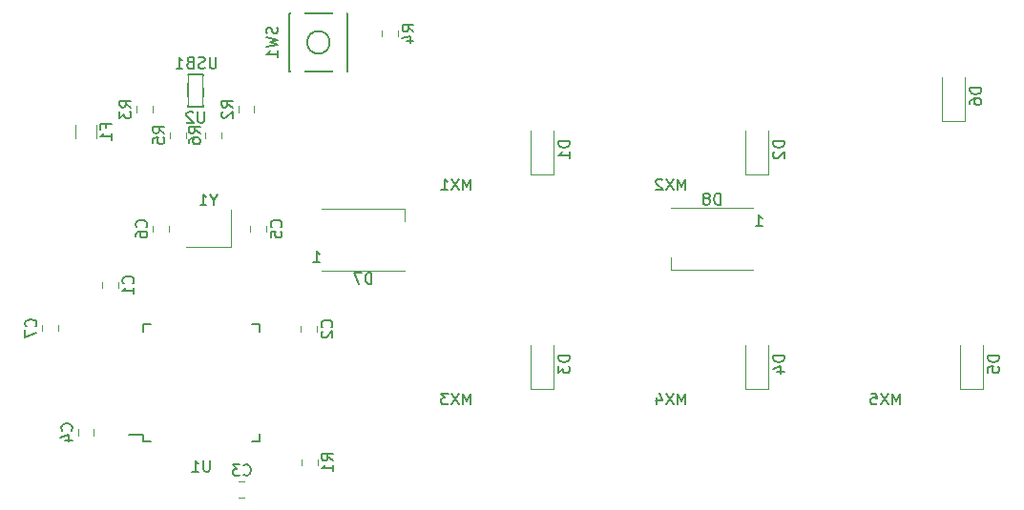
<source format=gbo>
G04 #@! TF.GenerationSoftware,KiCad,Pcbnew,(5.1.4)-1*
G04 #@! TF.CreationDate,2020-07-31T11:22:47-07:00*
G04 #@! TF.ProjectId,basic_macropad,62617369-635f-46d6-9163-726f7061642e,rev?*
G04 #@! TF.SameCoordinates,Original*
G04 #@! TF.FileFunction,Legend,Bot*
G04 #@! TF.FilePolarity,Positive*
%FSLAX46Y46*%
G04 Gerber Fmt 4.6, Leading zero omitted, Abs format (unit mm)*
G04 Created by KiCad (PCBNEW (5.1.4)-1) date 2020-07-31 11:22:47*
%MOMM*%
%LPD*%
G04 APERTURE LIST*
%ADD10C,0.150000*%
%ADD11C,0.120000*%
%ADD12C,4.502000*%
%ADD13C,0.889400*%
%ADD14R,2.652000X2.602000*%
%ADD15C,1.852000*%
%ADD16C,3.102000*%
%ADD17C,4.089800*%
%ADD18R,2.102000X2.102000*%
%ADD19C,2.102000*%
%ADD20C,3.302000*%
%ADD21R,0.802000X1.102000*%
%ADD22R,0.802000X0.702000*%
%ADD23R,0.702000X1.552000*%
%ADD24R,0.402000X1.552000*%
%ADD25C,0.752000*%
%ADD26O,1.102000X2.202000*%
%ADD27O,1.102000X1.702000*%
%ADD28C,0.020000*%
%ADD29C,1.077000*%
%ADD30C,1.352000*%
%ADD31R,1.602000X1.102000*%
%ADD32R,1.302000X1.002000*%
%ADD33R,1.502000X1.302000*%
%ADD34R,0.652000X1.602000*%
%ADD35R,1.602000X0.652000*%
%ADD36R,1.202000X1.902000*%
G04 APERTURE END LIST*
D10*
X158322250Y-73448250D02*
X158322250Y-76348250D01*
X158322250Y-73448250D02*
X159622250Y-73448250D01*
X159622250Y-73448250D02*
X159622250Y-76348250D01*
X159622250Y-76348250D02*
X158322250Y-76348250D01*
D11*
X161269750Y-78640172D02*
X161269750Y-79157328D01*
X159849750Y-78640172D02*
X159849750Y-79157328D01*
X158094750Y-78615172D02*
X158094750Y-79132328D01*
X156674750Y-78615172D02*
X156674750Y-79132328D01*
X155142000Y-76322422D02*
X155142000Y-76839578D01*
X153722000Y-76322422D02*
X153722000Y-76839578D01*
X164159000Y-76322422D02*
X164159000Y-76839578D01*
X162739000Y-76322422D02*
X162739000Y-76839578D01*
X148315000Y-79183314D02*
X148315000Y-77979186D01*
X150135000Y-79183314D02*
X150135000Y-77979186D01*
X201137500Y-90856250D02*
X201137500Y-89706250D01*
X208437500Y-90856250D02*
X201137500Y-90856250D01*
X208437500Y-85356250D02*
X201137500Y-85356250D01*
X177481250Y-85388000D02*
X177481250Y-86538000D01*
X170181250Y-85388000D02*
X177481250Y-85388000D01*
X170181250Y-90888000D02*
X177481250Y-90888000D01*
X228806250Y-101468750D02*
X228806250Y-97568750D01*
X226806250Y-101468750D02*
X226806250Y-97568750D01*
X228806250Y-101468750D02*
X226806250Y-101468750D01*
X227218750Y-77656250D02*
X227218750Y-73756250D01*
X225218750Y-77656250D02*
X225218750Y-73756250D01*
X227218750Y-77656250D02*
X225218750Y-77656250D01*
X162083500Y-88772000D02*
X158083500Y-88772000D01*
X162083500Y-85472000D02*
X162083500Y-88772000D01*
D10*
X154305250Y-105469750D02*
X153030250Y-105469750D01*
X164655250Y-106044750D02*
X163980250Y-106044750D01*
X164655250Y-95694750D02*
X163980250Y-95694750D01*
X154305250Y-95694750D02*
X154980250Y-95694750D01*
X154305250Y-106044750D02*
X154980250Y-106044750D01*
X154305250Y-95694750D02*
X154305250Y-96369750D01*
X164655250Y-95694750D02*
X164655250Y-96369750D01*
X164655250Y-106044750D02*
X164655250Y-105369750D01*
X154305250Y-106044750D02*
X154305250Y-105469750D01*
X172462500Y-73243750D02*
X172462500Y-68043750D01*
X172462500Y-68043750D02*
X167262500Y-68043750D01*
X167262500Y-68043750D02*
X167262500Y-73243750D01*
X167262500Y-73243750D02*
X172462500Y-73243750D01*
X170862500Y-70643750D02*
G75*
G03X170862500Y-70643750I-1000000J0D01*
G01*
D11*
X175502500Y-70108578D02*
X175502500Y-69591422D01*
X176922500Y-70108578D02*
X176922500Y-69591422D01*
X168358750Y-108208578D02*
X168358750Y-107691422D01*
X169778750Y-108208578D02*
X169778750Y-107691422D01*
X209756250Y-101468750D02*
X209756250Y-97568750D01*
X207756250Y-101468750D02*
X207756250Y-97568750D01*
X209756250Y-101468750D02*
X207756250Y-101468750D01*
X190706250Y-101468750D02*
X190706250Y-97568750D01*
X188706250Y-101468750D02*
X188706250Y-97568750D01*
X190706250Y-101468750D02*
X188706250Y-101468750D01*
X209756250Y-82418750D02*
X209756250Y-78518750D01*
X207756250Y-82418750D02*
X207756250Y-78518750D01*
X209756250Y-82418750D02*
X207756250Y-82418750D01*
X190706250Y-82418750D02*
X190706250Y-78518750D01*
X188706250Y-82418750D02*
X188706250Y-78518750D01*
X190706250Y-82418750D02*
X188706250Y-82418750D01*
X146760000Y-95785172D02*
X146760000Y-96302328D01*
X145340000Y-95785172D02*
X145340000Y-96302328D01*
X156570750Y-86958672D02*
X156570750Y-87475828D01*
X155150750Y-86958672D02*
X155150750Y-87475828D01*
X163818500Y-87475828D02*
X163818500Y-86958672D01*
X165238500Y-87475828D02*
X165238500Y-86958672D01*
X149935000Y-105024422D02*
X149935000Y-105541578D01*
X148515000Y-105024422D02*
X148515000Y-105541578D01*
X163326578Y-111041250D02*
X162809422Y-111041250D01*
X163326578Y-109621250D02*
X162809422Y-109621250D01*
X168295250Y-96365828D02*
X168295250Y-95848672D01*
X169715250Y-96365828D02*
X169715250Y-95848672D01*
X150674000Y-92460578D02*
X150674000Y-91943422D01*
X152094000Y-92460578D02*
X152094000Y-91943422D01*
D10*
X221471964Y-102814380D02*
X221471964Y-101814380D01*
X221138630Y-102528666D01*
X220805297Y-101814380D01*
X220805297Y-102814380D01*
X220424345Y-101814380D02*
X219757678Y-102814380D01*
X219757678Y-101814380D02*
X220424345Y-102814380D01*
X218900535Y-101814380D02*
X219376726Y-101814380D01*
X219424345Y-102290571D01*
X219376726Y-102242952D01*
X219281488Y-102195333D01*
X219043392Y-102195333D01*
X218948154Y-102242952D01*
X218900535Y-102290571D01*
X218852916Y-102385809D01*
X218852916Y-102623904D01*
X218900535Y-102719142D01*
X218948154Y-102766761D01*
X219043392Y-102814380D01*
X219281488Y-102814380D01*
X219376726Y-102766761D01*
X219424345Y-102719142D01*
X202421964Y-102814380D02*
X202421964Y-101814380D01*
X202088630Y-102528666D01*
X201755297Y-101814380D01*
X201755297Y-102814380D01*
X201374345Y-101814380D02*
X200707678Y-102814380D01*
X200707678Y-101814380D02*
X201374345Y-102814380D01*
X199898154Y-102147714D02*
X199898154Y-102814380D01*
X200136250Y-101766761D02*
X200374345Y-102481047D01*
X199755297Y-102481047D01*
X183371964Y-102814380D02*
X183371964Y-101814380D01*
X183038630Y-102528666D01*
X182705297Y-101814380D01*
X182705297Y-102814380D01*
X182324345Y-101814380D02*
X181657678Y-102814380D01*
X181657678Y-101814380D02*
X182324345Y-102814380D01*
X181371964Y-101814380D02*
X180752916Y-101814380D01*
X181086250Y-102195333D01*
X180943392Y-102195333D01*
X180848154Y-102242952D01*
X180800535Y-102290571D01*
X180752916Y-102385809D01*
X180752916Y-102623904D01*
X180800535Y-102719142D01*
X180848154Y-102766761D01*
X180943392Y-102814380D01*
X181229107Y-102814380D01*
X181324345Y-102766761D01*
X181371964Y-102719142D01*
X202421964Y-83764380D02*
X202421964Y-82764380D01*
X202088630Y-83478666D01*
X201755297Y-82764380D01*
X201755297Y-83764380D01*
X201374345Y-82764380D02*
X200707678Y-83764380D01*
X200707678Y-82764380D02*
X201374345Y-83764380D01*
X200374345Y-82859619D02*
X200326726Y-82812000D01*
X200231488Y-82764380D01*
X199993392Y-82764380D01*
X199898154Y-82812000D01*
X199850535Y-82859619D01*
X199802916Y-82954857D01*
X199802916Y-83050095D01*
X199850535Y-83192952D01*
X200421964Y-83764380D01*
X199802916Y-83764380D01*
X183371964Y-83764380D02*
X183371964Y-82764380D01*
X183038630Y-83478666D01*
X182705297Y-82764380D01*
X182705297Y-83764380D01*
X182324345Y-82764380D02*
X181657678Y-83764380D01*
X181657678Y-82764380D02*
X182324345Y-83764380D01*
X180752916Y-83764380D02*
X181324345Y-83764380D01*
X181038630Y-83764380D02*
X181038630Y-82764380D01*
X181133869Y-82907238D01*
X181229107Y-83002476D01*
X181324345Y-83050095D01*
X159734154Y-76800630D02*
X159734154Y-77610154D01*
X159686535Y-77705392D01*
X159638916Y-77753011D01*
X159543678Y-77800630D01*
X159353202Y-77800630D01*
X159257964Y-77753011D01*
X159210345Y-77705392D01*
X159162726Y-77610154D01*
X159162726Y-76800630D01*
X158734154Y-76895869D02*
X158686535Y-76848250D01*
X158591297Y-76800630D01*
X158353202Y-76800630D01*
X158257964Y-76848250D01*
X158210345Y-76895869D01*
X158162726Y-76991107D01*
X158162726Y-77086345D01*
X158210345Y-77229202D01*
X158781773Y-77800630D01*
X158162726Y-77800630D01*
X160773845Y-71948380D02*
X160773845Y-72757904D01*
X160726226Y-72853142D01*
X160678607Y-72900761D01*
X160583369Y-72948380D01*
X160392892Y-72948380D01*
X160297654Y-72900761D01*
X160250035Y-72853142D01*
X160202416Y-72757904D01*
X160202416Y-71948380D01*
X159773845Y-72900761D02*
X159630988Y-72948380D01*
X159392892Y-72948380D01*
X159297654Y-72900761D01*
X159250035Y-72853142D01*
X159202416Y-72757904D01*
X159202416Y-72662666D01*
X159250035Y-72567428D01*
X159297654Y-72519809D01*
X159392892Y-72472190D01*
X159583369Y-72424571D01*
X159678607Y-72376952D01*
X159726226Y-72329333D01*
X159773845Y-72234095D01*
X159773845Y-72138857D01*
X159726226Y-72043619D01*
X159678607Y-71996000D01*
X159583369Y-71948380D01*
X159345273Y-71948380D01*
X159202416Y-71996000D01*
X158440511Y-72424571D02*
X158297654Y-72472190D01*
X158250035Y-72519809D01*
X158202416Y-72615047D01*
X158202416Y-72757904D01*
X158250035Y-72853142D01*
X158297654Y-72900761D01*
X158392892Y-72948380D01*
X158773845Y-72948380D01*
X158773845Y-71948380D01*
X158440511Y-71948380D01*
X158345273Y-71996000D01*
X158297654Y-72043619D01*
X158250035Y-72138857D01*
X158250035Y-72234095D01*
X158297654Y-72329333D01*
X158345273Y-72376952D01*
X158440511Y-72424571D01*
X158773845Y-72424571D01*
X157250035Y-72948380D02*
X157821464Y-72948380D01*
X157535750Y-72948380D02*
X157535750Y-71948380D01*
X157630988Y-72091238D01*
X157726226Y-72186476D01*
X157821464Y-72234095D01*
X159362130Y-78732083D02*
X158885940Y-78398750D01*
X159362130Y-78160654D02*
X158362130Y-78160654D01*
X158362130Y-78541607D01*
X158409750Y-78636845D01*
X158457369Y-78684464D01*
X158552607Y-78732083D01*
X158695464Y-78732083D01*
X158790702Y-78684464D01*
X158838321Y-78636845D01*
X158885940Y-78541607D01*
X158885940Y-78160654D01*
X158362130Y-79589226D02*
X158362130Y-79398750D01*
X158409750Y-79303511D01*
X158457369Y-79255892D01*
X158600226Y-79160654D01*
X158790702Y-79113035D01*
X159171654Y-79113035D01*
X159266892Y-79160654D01*
X159314511Y-79208273D01*
X159362130Y-79303511D01*
X159362130Y-79493988D01*
X159314511Y-79589226D01*
X159266892Y-79636845D01*
X159171654Y-79684464D01*
X158933559Y-79684464D01*
X158838321Y-79636845D01*
X158790702Y-79589226D01*
X158743083Y-79493988D01*
X158743083Y-79303511D01*
X158790702Y-79208273D01*
X158838321Y-79160654D01*
X158933559Y-79113035D01*
X156187130Y-78707083D02*
X155710940Y-78373750D01*
X156187130Y-78135654D02*
X155187130Y-78135654D01*
X155187130Y-78516607D01*
X155234750Y-78611845D01*
X155282369Y-78659464D01*
X155377607Y-78707083D01*
X155520464Y-78707083D01*
X155615702Y-78659464D01*
X155663321Y-78611845D01*
X155710940Y-78516607D01*
X155710940Y-78135654D01*
X155187130Y-79611845D02*
X155187130Y-79135654D01*
X155663321Y-79088035D01*
X155615702Y-79135654D01*
X155568083Y-79230892D01*
X155568083Y-79468988D01*
X155615702Y-79564226D01*
X155663321Y-79611845D01*
X155758559Y-79659464D01*
X155996654Y-79659464D01*
X156091892Y-79611845D01*
X156139511Y-79564226D01*
X156187130Y-79468988D01*
X156187130Y-79230892D01*
X156139511Y-79135654D01*
X156091892Y-79088035D01*
X153234380Y-76414333D02*
X152758190Y-76081000D01*
X153234380Y-75842904D02*
X152234380Y-75842904D01*
X152234380Y-76223857D01*
X152282000Y-76319095D01*
X152329619Y-76366714D01*
X152424857Y-76414333D01*
X152567714Y-76414333D01*
X152662952Y-76366714D01*
X152710571Y-76319095D01*
X152758190Y-76223857D01*
X152758190Y-75842904D01*
X152234380Y-76747666D02*
X152234380Y-77366714D01*
X152615333Y-77033380D01*
X152615333Y-77176238D01*
X152662952Y-77271476D01*
X152710571Y-77319095D01*
X152805809Y-77366714D01*
X153043904Y-77366714D01*
X153139142Y-77319095D01*
X153186761Y-77271476D01*
X153234380Y-77176238D01*
X153234380Y-76890523D01*
X153186761Y-76795285D01*
X153139142Y-76747666D01*
X162251380Y-76414333D02*
X161775190Y-76081000D01*
X162251380Y-75842904D02*
X161251380Y-75842904D01*
X161251380Y-76223857D01*
X161299000Y-76319095D01*
X161346619Y-76366714D01*
X161441857Y-76414333D01*
X161584714Y-76414333D01*
X161679952Y-76366714D01*
X161727571Y-76319095D01*
X161775190Y-76223857D01*
X161775190Y-75842904D01*
X161346619Y-76795285D02*
X161299000Y-76842904D01*
X161251380Y-76938142D01*
X161251380Y-77176238D01*
X161299000Y-77271476D01*
X161346619Y-77319095D01*
X161441857Y-77366714D01*
X161537095Y-77366714D01*
X161679952Y-77319095D01*
X162251380Y-76747666D01*
X162251380Y-77366714D01*
X150973571Y-78247916D02*
X150973571Y-77914583D01*
X151497380Y-77914583D02*
X150497380Y-77914583D01*
X150497380Y-78390773D01*
X151497380Y-79295535D02*
X151497380Y-78724107D01*
X151497380Y-79009821D02*
X150497380Y-79009821D01*
X150640238Y-78914583D01*
X150735476Y-78819345D01*
X150783095Y-78724107D01*
X205525595Y-85058630D02*
X205525595Y-84058630D01*
X205287500Y-84058630D01*
X205144642Y-84106250D01*
X205049404Y-84201488D01*
X205001785Y-84296726D01*
X204954166Y-84487202D01*
X204954166Y-84630059D01*
X205001785Y-84820535D01*
X205049404Y-84915773D01*
X205144642Y-85011011D01*
X205287500Y-85058630D01*
X205525595Y-85058630D01*
X204382738Y-84487202D02*
X204477976Y-84439583D01*
X204525595Y-84391964D01*
X204573214Y-84296726D01*
X204573214Y-84249107D01*
X204525595Y-84153869D01*
X204477976Y-84106250D01*
X204382738Y-84058630D01*
X204192261Y-84058630D01*
X204097023Y-84106250D01*
X204049404Y-84153869D01*
X204001785Y-84249107D01*
X204001785Y-84296726D01*
X204049404Y-84391964D01*
X204097023Y-84439583D01*
X204192261Y-84487202D01*
X204382738Y-84487202D01*
X204477976Y-84534821D01*
X204525595Y-84582440D01*
X204573214Y-84677678D01*
X204573214Y-84868154D01*
X204525595Y-84963392D01*
X204477976Y-85011011D01*
X204382738Y-85058630D01*
X204192261Y-85058630D01*
X204097023Y-85011011D01*
X204049404Y-84963392D01*
X204001785Y-84868154D01*
X204001785Y-84677678D01*
X204049404Y-84582440D01*
X204097023Y-84534821D01*
X204192261Y-84487202D01*
X208651785Y-86958630D02*
X209223214Y-86958630D01*
X208937500Y-86958630D02*
X208937500Y-85958630D01*
X209032738Y-86101488D01*
X209127976Y-86196726D01*
X209223214Y-86244345D01*
X174569345Y-92090380D02*
X174569345Y-91090380D01*
X174331250Y-91090380D01*
X174188392Y-91138000D01*
X174093154Y-91233238D01*
X174045535Y-91328476D01*
X173997916Y-91518952D01*
X173997916Y-91661809D01*
X174045535Y-91852285D01*
X174093154Y-91947523D01*
X174188392Y-92042761D01*
X174331250Y-92090380D01*
X174569345Y-92090380D01*
X173664583Y-91090380D02*
X172997916Y-91090380D01*
X173426488Y-92090380D01*
X169395535Y-90190380D02*
X169966964Y-90190380D01*
X169681250Y-90190380D02*
X169681250Y-89190380D01*
X169776488Y-89333238D01*
X169871726Y-89428476D01*
X169966964Y-89476095D01*
X230258630Y-98480654D02*
X229258630Y-98480654D01*
X229258630Y-98718750D01*
X229306250Y-98861607D01*
X229401488Y-98956845D01*
X229496726Y-99004464D01*
X229687202Y-99052083D01*
X229830059Y-99052083D01*
X230020535Y-99004464D01*
X230115773Y-98956845D01*
X230211011Y-98861607D01*
X230258630Y-98718750D01*
X230258630Y-98480654D01*
X229258630Y-99956845D02*
X229258630Y-99480654D01*
X229734821Y-99433035D01*
X229687202Y-99480654D01*
X229639583Y-99575892D01*
X229639583Y-99813988D01*
X229687202Y-99909226D01*
X229734821Y-99956845D01*
X229830059Y-100004464D01*
X230068154Y-100004464D01*
X230163392Y-99956845D01*
X230211011Y-99909226D01*
X230258630Y-99813988D01*
X230258630Y-99575892D01*
X230211011Y-99480654D01*
X230163392Y-99433035D01*
X228671130Y-74668154D02*
X227671130Y-74668154D01*
X227671130Y-74906250D01*
X227718750Y-75049107D01*
X227813988Y-75144345D01*
X227909226Y-75191964D01*
X228099702Y-75239583D01*
X228242559Y-75239583D01*
X228433035Y-75191964D01*
X228528273Y-75144345D01*
X228623511Y-75049107D01*
X228671130Y-74906250D01*
X228671130Y-74668154D01*
X227671130Y-76096726D02*
X227671130Y-75906250D01*
X227718750Y-75811011D01*
X227766369Y-75763392D01*
X227909226Y-75668154D01*
X228099702Y-75620535D01*
X228480654Y-75620535D01*
X228575892Y-75668154D01*
X228623511Y-75715773D01*
X228671130Y-75811011D01*
X228671130Y-76001488D01*
X228623511Y-76096726D01*
X228575892Y-76144345D01*
X228480654Y-76191964D01*
X228242559Y-76191964D01*
X228147321Y-76144345D01*
X228099702Y-76096726D01*
X228052083Y-76001488D01*
X228052083Y-75811011D01*
X228099702Y-75715773D01*
X228147321Y-75668154D01*
X228242559Y-75620535D01*
X160559690Y-84648190D02*
X160559690Y-85124380D01*
X160893023Y-84124380D02*
X160559690Y-84648190D01*
X160226357Y-84124380D01*
X159369214Y-85124380D02*
X159940642Y-85124380D01*
X159654928Y-85124380D02*
X159654928Y-84124380D01*
X159750166Y-84267238D01*
X159845404Y-84362476D01*
X159940642Y-84410095D01*
X160242154Y-107772130D02*
X160242154Y-108581654D01*
X160194535Y-108676892D01*
X160146916Y-108724511D01*
X160051678Y-108772130D01*
X159861202Y-108772130D01*
X159765964Y-108724511D01*
X159718345Y-108676892D01*
X159670726Y-108581654D01*
X159670726Y-107772130D01*
X158670726Y-108772130D02*
X159242154Y-108772130D01*
X158956440Y-108772130D02*
X158956440Y-107772130D01*
X159051678Y-107914988D01*
X159146916Y-108010226D01*
X159242154Y-108057845D01*
X166203261Y-69310416D02*
X166250880Y-69453273D01*
X166250880Y-69691369D01*
X166203261Y-69786607D01*
X166155642Y-69834226D01*
X166060404Y-69881845D01*
X165965166Y-69881845D01*
X165869928Y-69834226D01*
X165822309Y-69786607D01*
X165774690Y-69691369D01*
X165727071Y-69500892D01*
X165679452Y-69405654D01*
X165631833Y-69358035D01*
X165536595Y-69310416D01*
X165441357Y-69310416D01*
X165346119Y-69358035D01*
X165298500Y-69405654D01*
X165250880Y-69500892D01*
X165250880Y-69738988D01*
X165298500Y-69881845D01*
X165250880Y-70215178D02*
X166250880Y-70453273D01*
X165536595Y-70643750D01*
X166250880Y-70834226D01*
X165250880Y-71072321D01*
X166250880Y-71977083D02*
X166250880Y-71405654D01*
X166250880Y-71691369D02*
X165250880Y-71691369D01*
X165393738Y-71596130D01*
X165488976Y-71500892D01*
X165536595Y-71405654D01*
X178314880Y-69683333D02*
X177838690Y-69350000D01*
X178314880Y-69111904D02*
X177314880Y-69111904D01*
X177314880Y-69492857D01*
X177362500Y-69588095D01*
X177410119Y-69635714D01*
X177505357Y-69683333D01*
X177648214Y-69683333D01*
X177743452Y-69635714D01*
X177791071Y-69588095D01*
X177838690Y-69492857D01*
X177838690Y-69111904D01*
X177648214Y-70540476D02*
X178314880Y-70540476D01*
X177267261Y-70302380D02*
X177981547Y-70064285D01*
X177981547Y-70683333D01*
X171171130Y-107783333D02*
X170694940Y-107450000D01*
X171171130Y-107211904D02*
X170171130Y-107211904D01*
X170171130Y-107592857D01*
X170218750Y-107688095D01*
X170266369Y-107735714D01*
X170361607Y-107783333D01*
X170504464Y-107783333D01*
X170599702Y-107735714D01*
X170647321Y-107688095D01*
X170694940Y-107592857D01*
X170694940Y-107211904D01*
X171171130Y-108735714D02*
X171171130Y-108164285D01*
X171171130Y-108450000D02*
X170171130Y-108450000D01*
X170313988Y-108354761D01*
X170409226Y-108259523D01*
X170456845Y-108164285D01*
X211208630Y-98480654D02*
X210208630Y-98480654D01*
X210208630Y-98718750D01*
X210256250Y-98861607D01*
X210351488Y-98956845D01*
X210446726Y-99004464D01*
X210637202Y-99052083D01*
X210780059Y-99052083D01*
X210970535Y-99004464D01*
X211065773Y-98956845D01*
X211161011Y-98861607D01*
X211208630Y-98718750D01*
X211208630Y-98480654D01*
X210541964Y-99909226D02*
X211208630Y-99909226D01*
X210161011Y-99671130D02*
X210875297Y-99433035D01*
X210875297Y-100052083D01*
X192158630Y-98480654D02*
X191158630Y-98480654D01*
X191158630Y-98718750D01*
X191206250Y-98861607D01*
X191301488Y-98956845D01*
X191396726Y-99004464D01*
X191587202Y-99052083D01*
X191730059Y-99052083D01*
X191920535Y-99004464D01*
X192015773Y-98956845D01*
X192111011Y-98861607D01*
X192158630Y-98718750D01*
X192158630Y-98480654D01*
X191158630Y-99385416D02*
X191158630Y-100004464D01*
X191539583Y-99671130D01*
X191539583Y-99813988D01*
X191587202Y-99909226D01*
X191634821Y-99956845D01*
X191730059Y-100004464D01*
X191968154Y-100004464D01*
X192063392Y-99956845D01*
X192111011Y-99909226D01*
X192158630Y-99813988D01*
X192158630Y-99528273D01*
X192111011Y-99433035D01*
X192063392Y-99385416D01*
X211208630Y-79430654D02*
X210208630Y-79430654D01*
X210208630Y-79668750D01*
X210256250Y-79811607D01*
X210351488Y-79906845D01*
X210446726Y-79954464D01*
X210637202Y-80002083D01*
X210780059Y-80002083D01*
X210970535Y-79954464D01*
X211065773Y-79906845D01*
X211161011Y-79811607D01*
X211208630Y-79668750D01*
X211208630Y-79430654D01*
X210303869Y-80383035D02*
X210256250Y-80430654D01*
X210208630Y-80525892D01*
X210208630Y-80763988D01*
X210256250Y-80859226D01*
X210303869Y-80906845D01*
X210399107Y-80954464D01*
X210494345Y-80954464D01*
X210637202Y-80906845D01*
X211208630Y-80335416D01*
X211208630Y-80954464D01*
X192158630Y-79430654D02*
X191158630Y-79430654D01*
X191158630Y-79668750D01*
X191206250Y-79811607D01*
X191301488Y-79906845D01*
X191396726Y-79954464D01*
X191587202Y-80002083D01*
X191730059Y-80002083D01*
X191920535Y-79954464D01*
X192015773Y-79906845D01*
X192111011Y-79811607D01*
X192158630Y-79668750D01*
X192158630Y-79430654D01*
X192158630Y-80954464D02*
X192158630Y-80383035D01*
X192158630Y-80668750D02*
X191158630Y-80668750D01*
X191301488Y-80573511D01*
X191396726Y-80478273D01*
X191444345Y-80383035D01*
X144757142Y-95877083D02*
X144804761Y-95829464D01*
X144852380Y-95686607D01*
X144852380Y-95591369D01*
X144804761Y-95448511D01*
X144709523Y-95353273D01*
X144614285Y-95305654D01*
X144423809Y-95258035D01*
X144280952Y-95258035D01*
X144090476Y-95305654D01*
X143995238Y-95353273D01*
X143900000Y-95448511D01*
X143852380Y-95591369D01*
X143852380Y-95686607D01*
X143900000Y-95829464D01*
X143947619Y-95877083D01*
X143852380Y-96210416D02*
X143852380Y-96877083D01*
X144852380Y-96448511D01*
X154567892Y-87050583D02*
X154615511Y-87002964D01*
X154663130Y-86860107D01*
X154663130Y-86764869D01*
X154615511Y-86622011D01*
X154520273Y-86526773D01*
X154425035Y-86479154D01*
X154234559Y-86431535D01*
X154091702Y-86431535D01*
X153901226Y-86479154D01*
X153805988Y-86526773D01*
X153710750Y-86622011D01*
X153663130Y-86764869D01*
X153663130Y-86860107D01*
X153710750Y-87002964D01*
X153758369Y-87050583D01*
X153663130Y-87907726D02*
X153663130Y-87717250D01*
X153710750Y-87622011D01*
X153758369Y-87574392D01*
X153901226Y-87479154D01*
X154091702Y-87431535D01*
X154472654Y-87431535D01*
X154567892Y-87479154D01*
X154615511Y-87526773D01*
X154663130Y-87622011D01*
X154663130Y-87812488D01*
X154615511Y-87907726D01*
X154567892Y-87955345D01*
X154472654Y-88002964D01*
X154234559Y-88002964D01*
X154139321Y-87955345D01*
X154091702Y-87907726D01*
X154044083Y-87812488D01*
X154044083Y-87622011D01*
X154091702Y-87526773D01*
X154139321Y-87479154D01*
X154234559Y-87431535D01*
X166535642Y-87050583D02*
X166583261Y-87002964D01*
X166630880Y-86860107D01*
X166630880Y-86764869D01*
X166583261Y-86622011D01*
X166488023Y-86526773D01*
X166392785Y-86479154D01*
X166202309Y-86431535D01*
X166059452Y-86431535D01*
X165868976Y-86479154D01*
X165773738Y-86526773D01*
X165678500Y-86622011D01*
X165630880Y-86764869D01*
X165630880Y-86860107D01*
X165678500Y-87002964D01*
X165726119Y-87050583D01*
X165630880Y-87955345D02*
X165630880Y-87479154D01*
X166107071Y-87431535D01*
X166059452Y-87479154D01*
X166011833Y-87574392D01*
X166011833Y-87812488D01*
X166059452Y-87907726D01*
X166107071Y-87955345D01*
X166202309Y-88002964D01*
X166440404Y-88002964D01*
X166535642Y-87955345D01*
X166583261Y-87907726D01*
X166630880Y-87812488D01*
X166630880Y-87574392D01*
X166583261Y-87479154D01*
X166535642Y-87431535D01*
X147932142Y-105116333D02*
X147979761Y-105068714D01*
X148027380Y-104925857D01*
X148027380Y-104830619D01*
X147979761Y-104687761D01*
X147884523Y-104592523D01*
X147789285Y-104544904D01*
X147598809Y-104497285D01*
X147455952Y-104497285D01*
X147265476Y-104544904D01*
X147170238Y-104592523D01*
X147075000Y-104687761D01*
X147027380Y-104830619D01*
X147027380Y-104925857D01*
X147075000Y-105068714D01*
X147122619Y-105116333D01*
X147360714Y-105973476D02*
X148027380Y-105973476D01*
X146979761Y-105735380D02*
X147694047Y-105497285D01*
X147694047Y-106116333D01*
X163234666Y-109038392D02*
X163282285Y-109086011D01*
X163425142Y-109133630D01*
X163520380Y-109133630D01*
X163663238Y-109086011D01*
X163758476Y-108990773D01*
X163806095Y-108895535D01*
X163853714Y-108705059D01*
X163853714Y-108562202D01*
X163806095Y-108371726D01*
X163758476Y-108276488D01*
X163663238Y-108181250D01*
X163520380Y-108133630D01*
X163425142Y-108133630D01*
X163282285Y-108181250D01*
X163234666Y-108228869D01*
X162901333Y-108133630D02*
X162282285Y-108133630D01*
X162615619Y-108514583D01*
X162472761Y-108514583D01*
X162377523Y-108562202D01*
X162329904Y-108609821D01*
X162282285Y-108705059D01*
X162282285Y-108943154D01*
X162329904Y-109038392D01*
X162377523Y-109086011D01*
X162472761Y-109133630D01*
X162758476Y-109133630D01*
X162853714Y-109086011D01*
X162901333Y-109038392D01*
X171012392Y-95940583D02*
X171060011Y-95892964D01*
X171107630Y-95750107D01*
X171107630Y-95654869D01*
X171060011Y-95512011D01*
X170964773Y-95416773D01*
X170869535Y-95369154D01*
X170679059Y-95321535D01*
X170536202Y-95321535D01*
X170345726Y-95369154D01*
X170250488Y-95416773D01*
X170155250Y-95512011D01*
X170107630Y-95654869D01*
X170107630Y-95750107D01*
X170155250Y-95892964D01*
X170202869Y-95940583D01*
X170202869Y-96321535D02*
X170155250Y-96369154D01*
X170107630Y-96464392D01*
X170107630Y-96702488D01*
X170155250Y-96797726D01*
X170202869Y-96845345D01*
X170298107Y-96892964D01*
X170393345Y-96892964D01*
X170536202Y-96845345D01*
X171107630Y-96273916D01*
X171107630Y-96892964D01*
X153391142Y-92035333D02*
X153438761Y-91987714D01*
X153486380Y-91844857D01*
X153486380Y-91749619D01*
X153438761Y-91606761D01*
X153343523Y-91511523D01*
X153248285Y-91463904D01*
X153057809Y-91416285D01*
X152914952Y-91416285D01*
X152724476Y-91463904D01*
X152629238Y-91511523D01*
X152534000Y-91606761D01*
X152486380Y-91749619D01*
X152486380Y-91844857D01*
X152534000Y-91987714D01*
X152581619Y-92035333D01*
X153486380Y-92987714D02*
X153486380Y-92416285D01*
X153486380Y-92702000D02*
X152486380Y-92702000D01*
X152629238Y-92606761D01*
X152724476Y-92511523D01*
X152772095Y-92416285D01*
%LPC*%
D12*
X232568750Y-166687500D03*
X146050000Y-122237500D03*
X146050000Y-166687500D03*
X232568750Y-122237500D03*
D13*
X212718650Y-118713250D03*
X213988650Y-118713250D03*
X215258650Y-118713250D03*
X211448650Y-118713250D03*
X210178650Y-118713250D03*
X212725000Y-115443000D03*
X211455000Y-115443000D03*
X210185000Y-115443000D03*
X213995000Y-115443000D03*
X215265000Y-115443000D03*
X163347400Y-118713250D03*
X164617400Y-118713250D03*
X168427400Y-118713250D03*
X167157400Y-118713250D03*
X165887400Y-118713250D03*
X168433750Y-115443000D03*
X167163750Y-115443000D03*
X163353750Y-115443000D03*
X164623750Y-115443000D03*
X165893750Y-115443000D03*
D12*
X232568750Y-111918750D03*
X146050000Y-111918750D03*
X232568750Y-67468750D03*
X146050000Y-67468750D03*
D14*
X226028250Y-94234000D03*
X213101250Y-96774000D03*
D15*
X225266250Y-99314000D03*
X215106250Y-99314000D03*
D16*
X216376250Y-96774000D03*
D17*
X220186250Y-99314000D03*
D16*
X222726250Y-94234000D03*
D14*
X206978250Y-94234000D03*
X194051250Y-96774000D03*
D15*
X206216250Y-99314000D03*
X196056250Y-99314000D03*
D16*
X197326250Y-96774000D03*
D17*
X201136250Y-99314000D03*
D16*
X203676250Y-94234000D03*
D14*
X187928250Y-94234000D03*
X175001250Y-96774000D03*
D15*
X187166250Y-99314000D03*
X177006250Y-99314000D03*
D16*
X178276250Y-96774000D03*
D17*
X182086250Y-99314000D03*
D16*
X184626250Y-94234000D03*
D14*
X206978250Y-75184000D03*
X194051250Y-77724000D03*
D15*
X206216250Y-80264000D03*
X196056250Y-80264000D03*
D16*
X197326250Y-77724000D03*
D17*
X201136250Y-80264000D03*
D16*
X203676250Y-75184000D03*
D14*
X187928250Y-75184000D03*
X175001250Y-77724000D03*
D15*
X187166250Y-80264000D03*
X177006250Y-80264000D03*
D16*
X178276250Y-77724000D03*
D17*
X182086250Y-80264000D03*
D16*
X184626250Y-75184000D03*
D18*
X217678000Y-87757000D03*
D19*
X220178000Y-87757000D03*
X222678000Y-87757000D03*
D20*
X214578000Y-80257000D03*
X225778000Y-80257000D03*
D19*
X217678000Y-73257000D03*
X222678000Y-73257000D03*
D21*
X159972250Y-74148250D03*
D22*
X157972250Y-73948250D03*
X159972250Y-75848250D03*
X157972250Y-75848250D03*
D23*
X162260750Y-70941000D03*
X155810750Y-70941000D03*
X161485750Y-70941000D03*
X156585750Y-70941000D03*
D24*
X157285750Y-70941000D03*
X160785750Y-70941000D03*
X157785750Y-70941000D03*
X160285750Y-70941000D03*
X158285750Y-70941000D03*
X159785750Y-70941000D03*
X159285750Y-70941000D03*
X158785750Y-70941000D03*
D25*
X161925750Y-69496000D03*
X156145750Y-69496000D03*
D26*
X154715750Y-70026000D03*
X163355750Y-70026000D03*
D27*
X154715750Y-65846000D03*
X163355750Y-65846000D03*
D28*
G36*
X161067891Y-79299047D02*
G01*
X161094028Y-79302924D01*
X161119659Y-79309344D01*
X161144538Y-79318245D01*
X161168424Y-79329543D01*
X161191087Y-79343127D01*
X161212310Y-79358867D01*
X161231889Y-79376611D01*
X161249633Y-79396190D01*
X161265373Y-79417413D01*
X161278957Y-79440076D01*
X161290255Y-79463962D01*
X161299156Y-79488841D01*
X161305576Y-79514472D01*
X161309453Y-79540609D01*
X161310750Y-79567000D01*
X161310750Y-80105500D01*
X161309453Y-80131891D01*
X161305576Y-80158028D01*
X161299156Y-80183659D01*
X161290255Y-80208538D01*
X161278957Y-80232424D01*
X161265373Y-80255087D01*
X161249633Y-80276310D01*
X161231889Y-80295889D01*
X161212310Y-80313633D01*
X161191087Y-80329373D01*
X161168424Y-80342957D01*
X161144538Y-80354255D01*
X161119659Y-80363156D01*
X161094028Y-80369576D01*
X161067891Y-80373453D01*
X161041500Y-80374750D01*
X160078000Y-80374750D01*
X160051609Y-80373453D01*
X160025472Y-80369576D01*
X159999841Y-80363156D01*
X159974962Y-80354255D01*
X159951076Y-80342957D01*
X159928413Y-80329373D01*
X159907190Y-80313633D01*
X159887611Y-80295889D01*
X159869867Y-80276310D01*
X159854127Y-80255087D01*
X159840543Y-80232424D01*
X159829245Y-80208538D01*
X159820344Y-80183659D01*
X159813924Y-80158028D01*
X159810047Y-80131891D01*
X159808750Y-80105500D01*
X159808750Y-79567000D01*
X159810047Y-79540609D01*
X159813924Y-79514472D01*
X159820344Y-79488841D01*
X159829245Y-79463962D01*
X159840543Y-79440076D01*
X159854127Y-79417413D01*
X159869867Y-79396190D01*
X159887611Y-79376611D01*
X159907190Y-79358867D01*
X159928413Y-79343127D01*
X159951076Y-79329543D01*
X159974962Y-79318245D01*
X159999841Y-79309344D01*
X160025472Y-79302924D01*
X160051609Y-79299047D01*
X160078000Y-79297750D01*
X161041500Y-79297750D01*
X161067891Y-79299047D01*
X161067891Y-79299047D01*
G37*
D29*
X160559750Y-79836250D03*
D28*
G36*
X161067891Y-77424047D02*
G01*
X161094028Y-77427924D01*
X161119659Y-77434344D01*
X161144538Y-77443245D01*
X161168424Y-77454543D01*
X161191087Y-77468127D01*
X161212310Y-77483867D01*
X161231889Y-77501611D01*
X161249633Y-77521190D01*
X161265373Y-77542413D01*
X161278957Y-77565076D01*
X161290255Y-77588962D01*
X161299156Y-77613841D01*
X161305576Y-77639472D01*
X161309453Y-77665609D01*
X161310750Y-77692000D01*
X161310750Y-78230500D01*
X161309453Y-78256891D01*
X161305576Y-78283028D01*
X161299156Y-78308659D01*
X161290255Y-78333538D01*
X161278957Y-78357424D01*
X161265373Y-78380087D01*
X161249633Y-78401310D01*
X161231889Y-78420889D01*
X161212310Y-78438633D01*
X161191087Y-78454373D01*
X161168424Y-78467957D01*
X161144538Y-78479255D01*
X161119659Y-78488156D01*
X161094028Y-78494576D01*
X161067891Y-78498453D01*
X161041500Y-78499750D01*
X160078000Y-78499750D01*
X160051609Y-78498453D01*
X160025472Y-78494576D01*
X159999841Y-78488156D01*
X159974962Y-78479255D01*
X159951076Y-78467957D01*
X159928413Y-78454373D01*
X159907190Y-78438633D01*
X159887611Y-78420889D01*
X159869867Y-78401310D01*
X159854127Y-78380087D01*
X159840543Y-78357424D01*
X159829245Y-78333538D01*
X159820344Y-78308659D01*
X159813924Y-78283028D01*
X159810047Y-78256891D01*
X159808750Y-78230500D01*
X159808750Y-77692000D01*
X159810047Y-77665609D01*
X159813924Y-77639472D01*
X159820344Y-77613841D01*
X159829245Y-77588962D01*
X159840543Y-77565076D01*
X159854127Y-77542413D01*
X159869867Y-77521190D01*
X159887611Y-77501611D01*
X159907190Y-77483867D01*
X159928413Y-77468127D01*
X159951076Y-77454543D01*
X159974962Y-77443245D01*
X159999841Y-77434344D01*
X160025472Y-77427924D01*
X160051609Y-77424047D01*
X160078000Y-77422750D01*
X161041500Y-77422750D01*
X161067891Y-77424047D01*
X161067891Y-77424047D01*
G37*
D29*
X160559750Y-77961250D03*
D28*
G36*
X157892891Y-79274047D02*
G01*
X157919028Y-79277924D01*
X157944659Y-79284344D01*
X157969538Y-79293245D01*
X157993424Y-79304543D01*
X158016087Y-79318127D01*
X158037310Y-79333867D01*
X158056889Y-79351611D01*
X158074633Y-79371190D01*
X158090373Y-79392413D01*
X158103957Y-79415076D01*
X158115255Y-79438962D01*
X158124156Y-79463841D01*
X158130576Y-79489472D01*
X158134453Y-79515609D01*
X158135750Y-79542000D01*
X158135750Y-80080500D01*
X158134453Y-80106891D01*
X158130576Y-80133028D01*
X158124156Y-80158659D01*
X158115255Y-80183538D01*
X158103957Y-80207424D01*
X158090373Y-80230087D01*
X158074633Y-80251310D01*
X158056889Y-80270889D01*
X158037310Y-80288633D01*
X158016087Y-80304373D01*
X157993424Y-80317957D01*
X157969538Y-80329255D01*
X157944659Y-80338156D01*
X157919028Y-80344576D01*
X157892891Y-80348453D01*
X157866500Y-80349750D01*
X156903000Y-80349750D01*
X156876609Y-80348453D01*
X156850472Y-80344576D01*
X156824841Y-80338156D01*
X156799962Y-80329255D01*
X156776076Y-80317957D01*
X156753413Y-80304373D01*
X156732190Y-80288633D01*
X156712611Y-80270889D01*
X156694867Y-80251310D01*
X156679127Y-80230087D01*
X156665543Y-80207424D01*
X156654245Y-80183538D01*
X156645344Y-80158659D01*
X156638924Y-80133028D01*
X156635047Y-80106891D01*
X156633750Y-80080500D01*
X156633750Y-79542000D01*
X156635047Y-79515609D01*
X156638924Y-79489472D01*
X156645344Y-79463841D01*
X156654245Y-79438962D01*
X156665543Y-79415076D01*
X156679127Y-79392413D01*
X156694867Y-79371190D01*
X156712611Y-79351611D01*
X156732190Y-79333867D01*
X156753413Y-79318127D01*
X156776076Y-79304543D01*
X156799962Y-79293245D01*
X156824841Y-79284344D01*
X156850472Y-79277924D01*
X156876609Y-79274047D01*
X156903000Y-79272750D01*
X157866500Y-79272750D01*
X157892891Y-79274047D01*
X157892891Y-79274047D01*
G37*
D29*
X157384750Y-79811250D03*
D28*
G36*
X157892891Y-77399047D02*
G01*
X157919028Y-77402924D01*
X157944659Y-77409344D01*
X157969538Y-77418245D01*
X157993424Y-77429543D01*
X158016087Y-77443127D01*
X158037310Y-77458867D01*
X158056889Y-77476611D01*
X158074633Y-77496190D01*
X158090373Y-77517413D01*
X158103957Y-77540076D01*
X158115255Y-77563962D01*
X158124156Y-77588841D01*
X158130576Y-77614472D01*
X158134453Y-77640609D01*
X158135750Y-77667000D01*
X158135750Y-78205500D01*
X158134453Y-78231891D01*
X158130576Y-78258028D01*
X158124156Y-78283659D01*
X158115255Y-78308538D01*
X158103957Y-78332424D01*
X158090373Y-78355087D01*
X158074633Y-78376310D01*
X158056889Y-78395889D01*
X158037310Y-78413633D01*
X158016087Y-78429373D01*
X157993424Y-78442957D01*
X157969538Y-78454255D01*
X157944659Y-78463156D01*
X157919028Y-78469576D01*
X157892891Y-78473453D01*
X157866500Y-78474750D01*
X156903000Y-78474750D01*
X156876609Y-78473453D01*
X156850472Y-78469576D01*
X156824841Y-78463156D01*
X156799962Y-78454255D01*
X156776076Y-78442957D01*
X156753413Y-78429373D01*
X156732190Y-78413633D01*
X156712611Y-78395889D01*
X156694867Y-78376310D01*
X156679127Y-78355087D01*
X156665543Y-78332424D01*
X156654245Y-78308538D01*
X156645344Y-78283659D01*
X156638924Y-78258028D01*
X156635047Y-78231891D01*
X156633750Y-78205500D01*
X156633750Y-77667000D01*
X156635047Y-77640609D01*
X156638924Y-77614472D01*
X156645344Y-77588841D01*
X156654245Y-77563962D01*
X156665543Y-77540076D01*
X156679127Y-77517413D01*
X156694867Y-77496190D01*
X156712611Y-77476611D01*
X156732190Y-77458867D01*
X156753413Y-77443127D01*
X156776076Y-77429543D01*
X156799962Y-77418245D01*
X156824841Y-77409344D01*
X156850472Y-77402924D01*
X156876609Y-77399047D01*
X156903000Y-77397750D01*
X157866500Y-77397750D01*
X157892891Y-77399047D01*
X157892891Y-77399047D01*
G37*
D29*
X157384750Y-77936250D03*
D28*
G36*
X154940141Y-76981297D02*
G01*
X154966278Y-76985174D01*
X154991909Y-76991594D01*
X155016788Y-77000495D01*
X155040674Y-77011793D01*
X155063337Y-77025377D01*
X155084560Y-77041117D01*
X155104139Y-77058861D01*
X155121883Y-77078440D01*
X155137623Y-77099663D01*
X155151207Y-77122326D01*
X155162505Y-77146212D01*
X155171406Y-77171091D01*
X155177826Y-77196722D01*
X155181703Y-77222859D01*
X155183000Y-77249250D01*
X155183000Y-77787750D01*
X155181703Y-77814141D01*
X155177826Y-77840278D01*
X155171406Y-77865909D01*
X155162505Y-77890788D01*
X155151207Y-77914674D01*
X155137623Y-77937337D01*
X155121883Y-77958560D01*
X155104139Y-77978139D01*
X155084560Y-77995883D01*
X155063337Y-78011623D01*
X155040674Y-78025207D01*
X155016788Y-78036505D01*
X154991909Y-78045406D01*
X154966278Y-78051826D01*
X154940141Y-78055703D01*
X154913750Y-78057000D01*
X153950250Y-78057000D01*
X153923859Y-78055703D01*
X153897722Y-78051826D01*
X153872091Y-78045406D01*
X153847212Y-78036505D01*
X153823326Y-78025207D01*
X153800663Y-78011623D01*
X153779440Y-77995883D01*
X153759861Y-77978139D01*
X153742117Y-77958560D01*
X153726377Y-77937337D01*
X153712793Y-77914674D01*
X153701495Y-77890788D01*
X153692594Y-77865909D01*
X153686174Y-77840278D01*
X153682297Y-77814141D01*
X153681000Y-77787750D01*
X153681000Y-77249250D01*
X153682297Y-77222859D01*
X153686174Y-77196722D01*
X153692594Y-77171091D01*
X153701495Y-77146212D01*
X153712793Y-77122326D01*
X153726377Y-77099663D01*
X153742117Y-77078440D01*
X153759861Y-77058861D01*
X153779440Y-77041117D01*
X153800663Y-77025377D01*
X153823326Y-77011793D01*
X153847212Y-77000495D01*
X153872091Y-76991594D01*
X153897722Y-76985174D01*
X153923859Y-76981297D01*
X153950250Y-76980000D01*
X154913750Y-76980000D01*
X154940141Y-76981297D01*
X154940141Y-76981297D01*
G37*
D29*
X154432000Y-77518500D03*
D28*
G36*
X154940141Y-75106297D02*
G01*
X154966278Y-75110174D01*
X154991909Y-75116594D01*
X155016788Y-75125495D01*
X155040674Y-75136793D01*
X155063337Y-75150377D01*
X155084560Y-75166117D01*
X155104139Y-75183861D01*
X155121883Y-75203440D01*
X155137623Y-75224663D01*
X155151207Y-75247326D01*
X155162505Y-75271212D01*
X155171406Y-75296091D01*
X155177826Y-75321722D01*
X155181703Y-75347859D01*
X155183000Y-75374250D01*
X155183000Y-75912750D01*
X155181703Y-75939141D01*
X155177826Y-75965278D01*
X155171406Y-75990909D01*
X155162505Y-76015788D01*
X155151207Y-76039674D01*
X155137623Y-76062337D01*
X155121883Y-76083560D01*
X155104139Y-76103139D01*
X155084560Y-76120883D01*
X155063337Y-76136623D01*
X155040674Y-76150207D01*
X155016788Y-76161505D01*
X154991909Y-76170406D01*
X154966278Y-76176826D01*
X154940141Y-76180703D01*
X154913750Y-76182000D01*
X153950250Y-76182000D01*
X153923859Y-76180703D01*
X153897722Y-76176826D01*
X153872091Y-76170406D01*
X153847212Y-76161505D01*
X153823326Y-76150207D01*
X153800663Y-76136623D01*
X153779440Y-76120883D01*
X153759861Y-76103139D01*
X153742117Y-76083560D01*
X153726377Y-76062337D01*
X153712793Y-76039674D01*
X153701495Y-76015788D01*
X153692594Y-75990909D01*
X153686174Y-75965278D01*
X153682297Y-75939141D01*
X153681000Y-75912750D01*
X153681000Y-75374250D01*
X153682297Y-75347859D01*
X153686174Y-75321722D01*
X153692594Y-75296091D01*
X153701495Y-75271212D01*
X153712793Y-75247326D01*
X153726377Y-75224663D01*
X153742117Y-75203440D01*
X153759861Y-75183861D01*
X153779440Y-75166117D01*
X153800663Y-75150377D01*
X153823326Y-75136793D01*
X153847212Y-75125495D01*
X153872091Y-75116594D01*
X153897722Y-75110174D01*
X153923859Y-75106297D01*
X153950250Y-75105000D01*
X154913750Y-75105000D01*
X154940141Y-75106297D01*
X154940141Y-75106297D01*
G37*
D29*
X154432000Y-75643500D03*
D28*
G36*
X163957141Y-76981297D02*
G01*
X163983278Y-76985174D01*
X164008909Y-76991594D01*
X164033788Y-77000495D01*
X164057674Y-77011793D01*
X164080337Y-77025377D01*
X164101560Y-77041117D01*
X164121139Y-77058861D01*
X164138883Y-77078440D01*
X164154623Y-77099663D01*
X164168207Y-77122326D01*
X164179505Y-77146212D01*
X164188406Y-77171091D01*
X164194826Y-77196722D01*
X164198703Y-77222859D01*
X164200000Y-77249250D01*
X164200000Y-77787750D01*
X164198703Y-77814141D01*
X164194826Y-77840278D01*
X164188406Y-77865909D01*
X164179505Y-77890788D01*
X164168207Y-77914674D01*
X164154623Y-77937337D01*
X164138883Y-77958560D01*
X164121139Y-77978139D01*
X164101560Y-77995883D01*
X164080337Y-78011623D01*
X164057674Y-78025207D01*
X164033788Y-78036505D01*
X164008909Y-78045406D01*
X163983278Y-78051826D01*
X163957141Y-78055703D01*
X163930750Y-78057000D01*
X162967250Y-78057000D01*
X162940859Y-78055703D01*
X162914722Y-78051826D01*
X162889091Y-78045406D01*
X162864212Y-78036505D01*
X162840326Y-78025207D01*
X162817663Y-78011623D01*
X162796440Y-77995883D01*
X162776861Y-77978139D01*
X162759117Y-77958560D01*
X162743377Y-77937337D01*
X162729793Y-77914674D01*
X162718495Y-77890788D01*
X162709594Y-77865909D01*
X162703174Y-77840278D01*
X162699297Y-77814141D01*
X162698000Y-77787750D01*
X162698000Y-77249250D01*
X162699297Y-77222859D01*
X162703174Y-77196722D01*
X162709594Y-77171091D01*
X162718495Y-77146212D01*
X162729793Y-77122326D01*
X162743377Y-77099663D01*
X162759117Y-77078440D01*
X162776861Y-77058861D01*
X162796440Y-77041117D01*
X162817663Y-77025377D01*
X162840326Y-77011793D01*
X162864212Y-77000495D01*
X162889091Y-76991594D01*
X162914722Y-76985174D01*
X162940859Y-76981297D01*
X162967250Y-76980000D01*
X163930750Y-76980000D01*
X163957141Y-76981297D01*
X163957141Y-76981297D01*
G37*
D29*
X163449000Y-77518500D03*
D28*
G36*
X163957141Y-75106297D02*
G01*
X163983278Y-75110174D01*
X164008909Y-75116594D01*
X164033788Y-75125495D01*
X164057674Y-75136793D01*
X164080337Y-75150377D01*
X164101560Y-75166117D01*
X164121139Y-75183861D01*
X164138883Y-75203440D01*
X164154623Y-75224663D01*
X164168207Y-75247326D01*
X164179505Y-75271212D01*
X164188406Y-75296091D01*
X164194826Y-75321722D01*
X164198703Y-75347859D01*
X164200000Y-75374250D01*
X164200000Y-75912750D01*
X164198703Y-75939141D01*
X164194826Y-75965278D01*
X164188406Y-75990909D01*
X164179505Y-76015788D01*
X164168207Y-76039674D01*
X164154623Y-76062337D01*
X164138883Y-76083560D01*
X164121139Y-76103139D01*
X164101560Y-76120883D01*
X164080337Y-76136623D01*
X164057674Y-76150207D01*
X164033788Y-76161505D01*
X164008909Y-76170406D01*
X163983278Y-76176826D01*
X163957141Y-76180703D01*
X163930750Y-76182000D01*
X162967250Y-76182000D01*
X162940859Y-76180703D01*
X162914722Y-76176826D01*
X162889091Y-76170406D01*
X162864212Y-76161505D01*
X162840326Y-76150207D01*
X162817663Y-76136623D01*
X162796440Y-76120883D01*
X162776861Y-76103139D01*
X162759117Y-76083560D01*
X162743377Y-76062337D01*
X162729793Y-76039674D01*
X162718495Y-76015788D01*
X162709594Y-75990909D01*
X162703174Y-75965278D01*
X162699297Y-75939141D01*
X162698000Y-75912750D01*
X162698000Y-75374250D01*
X162699297Y-75347859D01*
X162703174Y-75321722D01*
X162709594Y-75296091D01*
X162718495Y-75271212D01*
X162729793Y-75247326D01*
X162743377Y-75224663D01*
X162759117Y-75203440D01*
X162776861Y-75183861D01*
X162796440Y-75166117D01*
X162817663Y-75150377D01*
X162840326Y-75136793D01*
X162864212Y-75125495D01*
X162889091Y-75116594D01*
X162914722Y-75110174D01*
X162940859Y-75106297D01*
X162967250Y-75105000D01*
X163930750Y-75105000D01*
X163957141Y-75106297D01*
X163957141Y-75106297D01*
G37*
D29*
X163449000Y-75643500D03*
D28*
G36*
X149907104Y-76506552D02*
G01*
X149933352Y-76510446D01*
X149959093Y-76516893D01*
X149984078Y-76525833D01*
X150008066Y-76537178D01*
X150030826Y-76550821D01*
X150052140Y-76566628D01*
X150071802Y-76584448D01*
X150089622Y-76604110D01*
X150105429Y-76625424D01*
X150119072Y-76648184D01*
X150130417Y-76672172D01*
X150139357Y-76697157D01*
X150145804Y-76722898D01*
X150149698Y-76749146D01*
X150151000Y-76775650D01*
X150151000Y-77586850D01*
X150149698Y-77613354D01*
X150145804Y-77639602D01*
X150139357Y-77665343D01*
X150130417Y-77690328D01*
X150119072Y-77714316D01*
X150105429Y-77737076D01*
X150089622Y-77758390D01*
X150071802Y-77778052D01*
X150052140Y-77795872D01*
X150030826Y-77811679D01*
X150008066Y-77825322D01*
X149984078Y-77836667D01*
X149959093Y-77845607D01*
X149933352Y-77852054D01*
X149907104Y-77855948D01*
X149880600Y-77857250D01*
X148569400Y-77857250D01*
X148542896Y-77855948D01*
X148516648Y-77852054D01*
X148490907Y-77845607D01*
X148465922Y-77836667D01*
X148441934Y-77825322D01*
X148419174Y-77811679D01*
X148397860Y-77795872D01*
X148378198Y-77778052D01*
X148360378Y-77758390D01*
X148344571Y-77737076D01*
X148330928Y-77714316D01*
X148319583Y-77690328D01*
X148310643Y-77665343D01*
X148304196Y-77639602D01*
X148300302Y-77613354D01*
X148299000Y-77586850D01*
X148299000Y-76775650D01*
X148300302Y-76749146D01*
X148304196Y-76722898D01*
X148310643Y-76697157D01*
X148319583Y-76672172D01*
X148330928Y-76648184D01*
X148344571Y-76625424D01*
X148360378Y-76604110D01*
X148378198Y-76584448D01*
X148397860Y-76566628D01*
X148419174Y-76550821D01*
X148441934Y-76537178D01*
X148465922Y-76525833D01*
X148490907Y-76516893D01*
X148516648Y-76510446D01*
X148542896Y-76506552D01*
X148569400Y-76505250D01*
X149880600Y-76505250D01*
X149907104Y-76506552D01*
X149907104Y-76506552D01*
G37*
D30*
X149225000Y-77181250D03*
D28*
G36*
X149907104Y-79306552D02*
G01*
X149933352Y-79310446D01*
X149959093Y-79316893D01*
X149984078Y-79325833D01*
X150008066Y-79337178D01*
X150030826Y-79350821D01*
X150052140Y-79366628D01*
X150071802Y-79384448D01*
X150089622Y-79404110D01*
X150105429Y-79425424D01*
X150119072Y-79448184D01*
X150130417Y-79472172D01*
X150139357Y-79497157D01*
X150145804Y-79522898D01*
X150149698Y-79549146D01*
X150151000Y-79575650D01*
X150151000Y-80386850D01*
X150149698Y-80413354D01*
X150145804Y-80439602D01*
X150139357Y-80465343D01*
X150130417Y-80490328D01*
X150119072Y-80514316D01*
X150105429Y-80537076D01*
X150089622Y-80558390D01*
X150071802Y-80578052D01*
X150052140Y-80595872D01*
X150030826Y-80611679D01*
X150008066Y-80625322D01*
X149984078Y-80636667D01*
X149959093Y-80645607D01*
X149933352Y-80652054D01*
X149907104Y-80655948D01*
X149880600Y-80657250D01*
X148569400Y-80657250D01*
X148542896Y-80655948D01*
X148516648Y-80652054D01*
X148490907Y-80645607D01*
X148465922Y-80636667D01*
X148441934Y-80625322D01*
X148419174Y-80611679D01*
X148397860Y-80595872D01*
X148378198Y-80578052D01*
X148360378Y-80558390D01*
X148344571Y-80537076D01*
X148330928Y-80514316D01*
X148319583Y-80490328D01*
X148310643Y-80465343D01*
X148304196Y-80439602D01*
X148300302Y-80413354D01*
X148299000Y-80386850D01*
X148299000Y-79575650D01*
X148300302Y-79549146D01*
X148304196Y-79522898D01*
X148310643Y-79497157D01*
X148319583Y-79472172D01*
X148330928Y-79448184D01*
X148344571Y-79425424D01*
X148360378Y-79404110D01*
X148378198Y-79384448D01*
X148397860Y-79366628D01*
X148419174Y-79350821D01*
X148441934Y-79337178D01*
X148465922Y-79325833D01*
X148490907Y-79316893D01*
X148516648Y-79310446D01*
X148542896Y-79306552D01*
X148569400Y-79305250D01*
X149880600Y-79305250D01*
X149907104Y-79306552D01*
X149907104Y-79306552D01*
G37*
D30*
X149225000Y-79981250D03*
D31*
X207237500Y-86506250D03*
X207237500Y-89706250D03*
X202337500Y-86506250D03*
X202337500Y-89706250D03*
X171381250Y-89738000D03*
X171381250Y-86538000D03*
X176281250Y-89738000D03*
X176281250Y-86538000D03*
D32*
X227806250Y-97568750D03*
X227806250Y-100868750D03*
X226218750Y-73756250D03*
X226218750Y-77056250D03*
D33*
X161183500Y-86272000D03*
X158983500Y-86272000D03*
X158983500Y-87972000D03*
X161183500Y-87972000D03*
D34*
X155480250Y-106569750D03*
X156280250Y-106569750D03*
X157080250Y-106569750D03*
X157880250Y-106569750D03*
X158680250Y-106569750D03*
X159480250Y-106569750D03*
X160280250Y-106569750D03*
X161080250Y-106569750D03*
X161880250Y-106569750D03*
X162680250Y-106569750D03*
X163480250Y-106569750D03*
D35*
X165180250Y-104869750D03*
X165180250Y-104069750D03*
X165180250Y-103269750D03*
X165180250Y-102469750D03*
X165180250Y-101669750D03*
X165180250Y-100869750D03*
X165180250Y-100069750D03*
X165180250Y-99269750D03*
X165180250Y-98469750D03*
X165180250Y-97669750D03*
X165180250Y-96869750D03*
D34*
X163480250Y-95169750D03*
X162680250Y-95169750D03*
X161880250Y-95169750D03*
X161080250Y-95169750D03*
X160280250Y-95169750D03*
X159480250Y-95169750D03*
X158680250Y-95169750D03*
X157880250Y-95169750D03*
X157080250Y-95169750D03*
X156280250Y-95169750D03*
X155480250Y-95169750D03*
D35*
X153780250Y-96869750D03*
X153780250Y-97669750D03*
X153780250Y-98469750D03*
X153780250Y-99269750D03*
X153780250Y-100069750D03*
X153780250Y-100869750D03*
X153780250Y-101669750D03*
X153780250Y-102469750D03*
X153780250Y-103269750D03*
X153780250Y-104069750D03*
X153780250Y-104869750D03*
D36*
X168012500Y-73743750D03*
X171712500Y-67543750D03*
X171712500Y-73743750D03*
X168012500Y-67543750D03*
D28*
G36*
X176720641Y-68375297D02*
G01*
X176746778Y-68379174D01*
X176772409Y-68385594D01*
X176797288Y-68394495D01*
X176821174Y-68405793D01*
X176843837Y-68419377D01*
X176865060Y-68435117D01*
X176884639Y-68452861D01*
X176902383Y-68472440D01*
X176918123Y-68493663D01*
X176931707Y-68516326D01*
X176943005Y-68540212D01*
X176951906Y-68565091D01*
X176958326Y-68590722D01*
X176962203Y-68616859D01*
X176963500Y-68643250D01*
X176963500Y-69181750D01*
X176962203Y-69208141D01*
X176958326Y-69234278D01*
X176951906Y-69259909D01*
X176943005Y-69284788D01*
X176931707Y-69308674D01*
X176918123Y-69331337D01*
X176902383Y-69352560D01*
X176884639Y-69372139D01*
X176865060Y-69389883D01*
X176843837Y-69405623D01*
X176821174Y-69419207D01*
X176797288Y-69430505D01*
X176772409Y-69439406D01*
X176746778Y-69445826D01*
X176720641Y-69449703D01*
X176694250Y-69451000D01*
X175730750Y-69451000D01*
X175704359Y-69449703D01*
X175678222Y-69445826D01*
X175652591Y-69439406D01*
X175627712Y-69430505D01*
X175603826Y-69419207D01*
X175581163Y-69405623D01*
X175559940Y-69389883D01*
X175540361Y-69372139D01*
X175522617Y-69352560D01*
X175506877Y-69331337D01*
X175493293Y-69308674D01*
X175481995Y-69284788D01*
X175473094Y-69259909D01*
X175466674Y-69234278D01*
X175462797Y-69208141D01*
X175461500Y-69181750D01*
X175461500Y-68643250D01*
X175462797Y-68616859D01*
X175466674Y-68590722D01*
X175473094Y-68565091D01*
X175481995Y-68540212D01*
X175493293Y-68516326D01*
X175506877Y-68493663D01*
X175522617Y-68472440D01*
X175540361Y-68452861D01*
X175559940Y-68435117D01*
X175581163Y-68419377D01*
X175603826Y-68405793D01*
X175627712Y-68394495D01*
X175652591Y-68385594D01*
X175678222Y-68379174D01*
X175704359Y-68375297D01*
X175730750Y-68374000D01*
X176694250Y-68374000D01*
X176720641Y-68375297D01*
X176720641Y-68375297D01*
G37*
D29*
X176212500Y-68912500D03*
D28*
G36*
X176720641Y-70250297D02*
G01*
X176746778Y-70254174D01*
X176772409Y-70260594D01*
X176797288Y-70269495D01*
X176821174Y-70280793D01*
X176843837Y-70294377D01*
X176865060Y-70310117D01*
X176884639Y-70327861D01*
X176902383Y-70347440D01*
X176918123Y-70368663D01*
X176931707Y-70391326D01*
X176943005Y-70415212D01*
X176951906Y-70440091D01*
X176958326Y-70465722D01*
X176962203Y-70491859D01*
X176963500Y-70518250D01*
X176963500Y-71056750D01*
X176962203Y-71083141D01*
X176958326Y-71109278D01*
X176951906Y-71134909D01*
X176943005Y-71159788D01*
X176931707Y-71183674D01*
X176918123Y-71206337D01*
X176902383Y-71227560D01*
X176884639Y-71247139D01*
X176865060Y-71264883D01*
X176843837Y-71280623D01*
X176821174Y-71294207D01*
X176797288Y-71305505D01*
X176772409Y-71314406D01*
X176746778Y-71320826D01*
X176720641Y-71324703D01*
X176694250Y-71326000D01*
X175730750Y-71326000D01*
X175704359Y-71324703D01*
X175678222Y-71320826D01*
X175652591Y-71314406D01*
X175627712Y-71305505D01*
X175603826Y-71294207D01*
X175581163Y-71280623D01*
X175559940Y-71264883D01*
X175540361Y-71247139D01*
X175522617Y-71227560D01*
X175506877Y-71206337D01*
X175493293Y-71183674D01*
X175481995Y-71159788D01*
X175473094Y-71134909D01*
X175466674Y-71109278D01*
X175462797Y-71083141D01*
X175461500Y-71056750D01*
X175461500Y-70518250D01*
X175462797Y-70491859D01*
X175466674Y-70465722D01*
X175473094Y-70440091D01*
X175481995Y-70415212D01*
X175493293Y-70391326D01*
X175506877Y-70368663D01*
X175522617Y-70347440D01*
X175540361Y-70327861D01*
X175559940Y-70310117D01*
X175581163Y-70294377D01*
X175603826Y-70280793D01*
X175627712Y-70269495D01*
X175652591Y-70260594D01*
X175678222Y-70254174D01*
X175704359Y-70250297D01*
X175730750Y-70249000D01*
X176694250Y-70249000D01*
X176720641Y-70250297D01*
X176720641Y-70250297D01*
G37*
D29*
X176212500Y-70787500D03*
D28*
G36*
X169576891Y-106475297D02*
G01*
X169603028Y-106479174D01*
X169628659Y-106485594D01*
X169653538Y-106494495D01*
X169677424Y-106505793D01*
X169700087Y-106519377D01*
X169721310Y-106535117D01*
X169740889Y-106552861D01*
X169758633Y-106572440D01*
X169774373Y-106593663D01*
X169787957Y-106616326D01*
X169799255Y-106640212D01*
X169808156Y-106665091D01*
X169814576Y-106690722D01*
X169818453Y-106716859D01*
X169819750Y-106743250D01*
X169819750Y-107281750D01*
X169818453Y-107308141D01*
X169814576Y-107334278D01*
X169808156Y-107359909D01*
X169799255Y-107384788D01*
X169787957Y-107408674D01*
X169774373Y-107431337D01*
X169758633Y-107452560D01*
X169740889Y-107472139D01*
X169721310Y-107489883D01*
X169700087Y-107505623D01*
X169677424Y-107519207D01*
X169653538Y-107530505D01*
X169628659Y-107539406D01*
X169603028Y-107545826D01*
X169576891Y-107549703D01*
X169550500Y-107551000D01*
X168587000Y-107551000D01*
X168560609Y-107549703D01*
X168534472Y-107545826D01*
X168508841Y-107539406D01*
X168483962Y-107530505D01*
X168460076Y-107519207D01*
X168437413Y-107505623D01*
X168416190Y-107489883D01*
X168396611Y-107472139D01*
X168378867Y-107452560D01*
X168363127Y-107431337D01*
X168349543Y-107408674D01*
X168338245Y-107384788D01*
X168329344Y-107359909D01*
X168322924Y-107334278D01*
X168319047Y-107308141D01*
X168317750Y-107281750D01*
X168317750Y-106743250D01*
X168319047Y-106716859D01*
X168322924Y-106690722D01*
X168329344Y-106665091D01*
X168338245Y-106640212D01*
X168349543Y-106616326D01*
X168363127Y-106593663D01*
X168378867Y-106572440D01*
X168396611Y-106552861D01*
X168416190Y-106535117D01*
X168437413Y-106519377D01*
X168460076Y-106505793D01*
X168483962Y-106494495D01*
X168508841Y-106485594D01*
X168534472Y-106479174D01*
X168560609Y-106475297D01*
X168587000Y-106474000D01*
X169550500Y-106474000D01*
X169576891Y-106475297D01*
X169576891Y-106475297D01*
G37*
D29*
X169068750Y-107012500D03*
D28*
G36*
X169576891Y-108350297D02*
G01*
X169603028Y-108354174D01*
X169628659Y-108360594D01*
X169653538Y-108369495D01*
X169677424Y-108380793D01*
X169700087Y-108394377D01*
X169721310Y-108410117D01*
X169740889Y-108427861D01*
X169758633Y-108447440D01*
X169774373Y-108468663D01*
X169787957Y-108491326D01*
X169799255Y-108515212D01*
X169808156Y-108540091D01*
X169814576Y-108565722D01*
X169818453Y-108591859D01*
X169819750Y-108618250D01*
X169819750Y-109156750D01*
X169818453Y-109183141D01*
X169814576Y-109209278D01*
X169808156Y-109234909D01*
X169799255Y-109259788D01*
X169787957Y-109283674D01*
X169774373Y-109306337D01*
X169758633Y-109327560D01*
X169740889Y-109347139D01*
X169721310Y-109364883D01*
X169700087Y-109380623D01*
X169677424Y-109394207D01*
X169653538Y-109405505D01*
X169628659Y-109414406D01*
X169603028Y-109420826D01*
X169576891Y-109424703D01*
X169550500Y-109426000D01*
X168587000Y-109426000D01*
X168560609Y-109424703D01*
X168534472Y-109420826D01*
X168508841Y-109414406D01*
X168483962Y-109405505D01*
X168460076Y-109394207D01*
X168437413Y-109380623D01*
X168416190Y-109364883D01*
X168396611Y-109347139D01*
X168378867Y-109327560D01*
X168363127Y-109306337D01*
X168349543Y-109283674D01*
X168338245Y-109259788D01*
X168329344Y-109234909D01*
X168322924Y-109209278D01*
X168319047Y-109183141D01*
X168317750Y-109156750D01*
X168317750Y-108618250D01*
X168319047Y-108591859D01*
X168322924Y-108565722D01*
X168329344Y-108540091D01*
X168338245Y-108515212D01*
X168349543Y-108491326D01*
X168363127Y-108468663D01*
X168378867Y-108447440D01*
X168396611Y-108427861D01*
X168416190Y-108410117D01*
X168437413Y-108394377D01*
X168460076Y-108380793D01*
X168483962Y-108369495D01*
X168508841Y-108360594D01*
X168534472Y-108354174D01*
X168560609Y-108350297D01*
X168587000Y-108349000D01*
X169550500Y-108349000D01*
X169576891Y-108350297D01*
X169576891Y-108350297D01*
G37*
D29*
X169068750Y-108887500D03*
D32*
X208756250Y-97568750D03*
X208756250Y-100868750D03*
X189706250Y-97568750D03*
X189706250Y-100868750D03*
X208756250Y-78518750D03*
X208756250Y-81818750D03*
X189706250Y-78518750D03*
X189706250Y-81818750D03*
D28*
G36*
X146558141Y-96444047D02*
G01*
X146584278Y-96447924D01*
X146609909Y-96454344D01*
X146634788Y-96463245D01*
X146658674Y-96474543D01*
X146681337Y-96488127D01*
X146702560Y-96503867D01*
X146722139Y-96521611D01*
X146739883Y-96541190D01*
X146755623Y-96562413D01*
X146769207Y-96585076D01*
X146780505Y-96608962D01*
X146789406Y-96633841D01*
X146795826Y-96659472D01*
X146799703Y-96685609D01*
X146801000Y-96712000D01*
X146801000Y-97250500D01*
X146799703Y-97276891D01*
X146795826Y-97303028D01*
X146789406Y-97328659D01*
X146780505Y-97353538D01*
X146769207Y-97377424D01*
X146755623Y-97400087D01*
X146739883Y-97421310D01*
X146722139Y-97440889D01*
X146702560Y-97458633D01*
X146681337Y-97474373D01*
X146658674Y-97487957D01*
X146634788Y-97499255D01*
X146609909Y-97508156D01*
X146584278Y-97514576D01*
X146558141Y-97518453D01*
X146531750Y-97519750D01*
X145568250Y-97519750D01*
X145541859Y-97518453D01*
X145515722Y-97514576D01*
X145490091Y-97508156D01*
X145465212Y-97499255D01*
X145441326Y-97487957D01*
X145418663Y-97474373D01*
X145397440Y-97458633D01*
X145377861Y-97440889D01*
X145360117Y-97421310D01*
X145344377Y-97400087D01*
X145330793Y-97377424D01*
X145319495Y-97353538D01*
X145310594Y-97328659D01*
X145304174Y-97303028D01*
X145300297Y-97276891D01*
X145299000Y-97250500D01*
X145299000Y-96712000D01*
X145300297Y-96685609D01*
X145304174Y-96659472D01*
X145310594Y-96633841D01*
X145319495Y-96608962D01*
X145330793Y-96585076D01*
X145344377Y-96562413D01*
X145360117Y-96541190D01*
X145377861Y-96521611D01*
X145397440Y-96503867D01*
X145418663Y-96488127D01*
X145441326Y-96474543D01*
X145465212Y-96463245D01*
X145490091Y-96454344D01*
X145515722Y-96447924D01*
X145541859Y-96444047D01*
X145568250Y-96442750D01*
X146531750Y-96442750D01*
X146558141Y-96444047D01*
X146558141Y-96444047D01*
G37*
D29*
X146050000Y-96981250D03*
D28*
G36*
X146558141Y-94569047D02*
G01*
X146584278Y-94572924D01*
X146609909Y-94579344D01*
X146634788Y-94588245D01*
X146658674Y-94599543D01*
X146681337Y-94613127D01*
X146702560Y-94628867D01*
X146722139Y-94646611D01*
X146739883Y-94666190D01*
X146755623Y-94687413D01*
X146769207Y-94710076D01*
X146780505Y-94733962D01*
X146789406Y-94758841D01*
X146795826Y-94784472D01*
X146799703Y-94810609D01*
X146801000Y-94837000D01*
X146801000Y-95375500D01*
X146799703Y-95401891D01*
X146795826Y-95428028D01*
X146789406Y-95453659D01*
X146780505Y-95478538D01*
X146769207Y-95502424D01*
X146755623Y-95525087D01*
X146739883Y-95546310D01*
X146722139Y-95565889D01*
X146702560Y-95583633D01*
X146681337Y-95599373D01*
X146658674Y-95612957D01*
X146634788Y-95624255D01*
X146609909Y-95633156D01*
X146584278Y-95639576D01*
X146558141Y-95643453D01*
X146531750Y-95644750D01*
X145568250Y-95644750D01*
X145541859Y-95643453D01*
X145515722Y-95639576D01*
X145490091Y-95633156D01*
X145465212Y-95624255D01*
X145441326Y-95612957D01*
X145418663Y-95599373D01*
X145397440Y-95583633D01*
X145377861Y-95565889D01*
X145360117Y-95546310D01*
X145344377Y-95525087D01*
X145330793Y-95502424D01*
X145319495Y-95478538D01*
X145310594Y-95453659D01*
X145304174Y-95428028D01*
X145300297Y-95401891D01*
X145299000Y-95375500D01*
X145299000Y-94837000D01*
X145300297Y-94810609D01*
X145304174Y-94784472D01*
X145310594Y-94758841D01*
X145319495Y-94733962D01*
X145330793Y-94710076D01*
X145344377Y-94687413D01*
X145360117Y-94666190D01*
X145377861Y-94646611D01*
X145397440Y-94628867D01*
X145418663Y-94613127D01*
X145441326Y-94599543D01*
X145465212Y-94588245D01*
X145490091Y-94579344D01*
X145515722Y-94572924D01*
X145541859Y-94569047D01*
X145568250Y-94567750D01*
X146531750Y-94567750D01*
X146558141Y-94569047D01*
X146558141Y-94569047D01*
G37*
D29*
X146050000Y-95106250D03*
D28*
G36*
X156368891Y-87617547D02*
G01*
X156395028Y-87621424D01*
X156420659Y-87627844D01*
X156445538Y-87636745D01*
X156469424Y-87648043D01*
X156492087Y-87661627D01*
X156513310Y-87677367D01*
X156532889Y-87695111D01*
X156550633Y-87714690D01*
X156566373Y-87735913D01*
X156579957Y-87758576D01*
X156591255Y-87782462D01*
X156600156Y-87807341D01*
X156606576Y-87832972D01*
X156610453Y-87859109D01*
X156611750Y-87885500D01*
X156611750Y-88424000D01*
X156610453Y-88450391D01*
X156606576Y-88476528D01*
X156600156Y-88502159D01*
X156591255Y-88527038D01*
X156579957Y-88550924D01*
X156566373Y-88573587D01*
X156550633Y-88594810D01*
X156532889Y-88614389D01*
X156513310Y-88632133D01*
X156492087Y-88647873D01*
X156469424Y-88661457D01*
X156445538Y-88672755D01*
X156420659Y-88681656D01*
X156395028Y-88688076D01*
X156368891Y-88691953D01*
X156342500Y-88693250D01*
X155379000Y-88693250D01*
X155352609Y-88691953D01*
X155326472Y-88688076D01*
X155300841Y-88681656D01*
X155275962Y-88672755D01*
X155252076Y-88661457D01*
X155229413Y-88647873D01*
X155208190Y-88632133D01*
X155188611Y-88614389D01*
X155170867Y-88594810D01*
X155155127Y-88573587D01*
X155141543Y-88550924D01*
X155130245Y-88527038D01*
X155121344Y-88502159D01*
X155114924Y-88476528D01*
X155111047Y-88450391D01*
X155109750Y-88424000D01*
X155109750Y-87885500D01*
X155111047Y-87859109D01*
X155114924Y-87832972D01*
X155121344Y-87807341D01*
X155130245Y-87782462D01*
X155141543Y-87758576D01*
X155155127Y-87735913D01*
X155170867Y-87714690D01*
X155188611Y-87695111D01*
X155208190Y-87677367D01*
X155229413Y-87661627D01*
X155252076Y-87648043D01*
X155275962Y-87636745D01*
X155300841Y-87627844D01*
X155326472Y-87621424D01*
X155352609Y-87617547D01*
X155379000Y-87616250D01*
X156342500Y-87616250D01*
X156368891Y-87617547D01*
X156368891Y-87617547D01*
G37*
D29*
X155860750Y-88154750D03*
D28*
G36*
X156368891Y-85742547D02*
G01*
X156395028Y-85746424D01*
X156420659Y-85752844D01*
X156445538Y-85761745D01*
X156469424Y-85773043D01*
X156492087Y-85786627D01*
X156513310Y-85802367D01*
X156532889Y-85820111D01*
X156550633Y-85839690D01*
X156566373Y-85860913D01*
X156579957Y-85883576D01*
X156591255Y-85907462D01*
X156600156Y-85932341D01*
X156606576Y-85957972D01*
X156610453Y-85984109D01*
X156611750Y-86010500D01*
X156611750Y-86549000D01*
X156610453Y-86575391D01*
X156606576Y-86601528D01*
X156600156Y-86627159D01*
X156591255Y-86652038D01*
X156579957Y-86675924D01*
X156566373Y-86698587D01*
X156550633Y-86719810D01*
X156532889Y-86739389D01*
X156513310Y-86757133D01*
X156492087Y-86772873D01*
X156469424Y-86786457D01*
X156445538Y-86797755D01*
X156420659Y-86806656D01*
X156395028Y-86813076D01*
X156368891Y-86816953D01*
X156342500Y-86818250D01*
X155379000Y-86818250D01*
X155352609Y-86816953D01*
X155326472Y-86813076D01*
X155300841Y-86806656D01*
X155275962Y-86797755D01*
X155252076Y-86786457D01*
X155229413Y-86772873D01*
X155208190Y-86757133D01*
X155188611Y-86739389D01*
X155170867Y-86719810D01*
X155155127Y-86698587D01*
X155141543Y-86675924D01*
X155130245Y-86652038D01*
X155121344Y-86627159D01*
X155114924Y-86601528D01*
X155111047Y-86575391D01*
X155109750Y-86549000D01*
X155109750Y-86010500D01*
X155111047Y-85984109D01*
X155114924Y-85957972D01*
X155121344Y-85932341D01*
X155130245Y-85907462D01*
X155141543Y-85883576D01*
X155155127Y-85860913D01*
X155170867Y-85839690D01*
X155188611Y-85820111D01*
X155208190Y-85802367D01*
X155229413Y-85786627D01*
X155252076Y-85773043D01*
X155275962Y-85761745D01*
X155300841Y-85752844D01*
X155326472Y-85746424D01*
X155352609Y-85742547D01*
X155379000Y-85741250D01*
X156342500Y-85741250D01*
X156368891Y-85742547D01*
X156368891Y-85742547D01*
G37*
D29*
X155860750Y-86279750D03*
D28*
G36*
X165036641Y-85742547D02*
G01*
X165062778Y-85746424D01*
X165088409Y-85752844D01*
X165113288Y-85761745D01*
X165137174Y-85773043D01*
X165159837Y-85786627D01*
X165181060Y-85802367D01*
X165200639Y-85820111D01*
X165218383Y-85839690D01*
X165234123Y-85860913D01*
X165247707Y-85883576D01*
X165259005Y-85907462D01*
X165267906Y-85932341D01*
X165274326Y-85957972D01*
X165278203Y-85984109D01*
X165279500Y-86010500D01*
X165279500Y-86549000D01*
X165278203Y-86575391D01*
X165274326Y-86601528D01*
X165267906Y-86627159D01*
X165259005Y-86652038D01*
X165247707Y-86675924D01*
X165234123Y-86698587D01*
X165218383Y-86719810D01*
X165200639Y-86739389D01*
X165181060Y-86757133D01*
X165159837Y-86772873D01*
X165137174Y-86786457D01*
X165113288Y-86797755D01*
X165088409Y-86806656D01*
X165062778Y-86813076D01*
X165036641Y-86816953D01*
X165010250Y-86818250D01*
X164046750Y-86818250D01*
X164020359Y-86816953D01*
X163994222Y-86813076D01*
X163968591Y-86806656D01*
X163943712Y-86797755D01*
X163919826Y-86786457D01*
X163897163Y-86772873D01*
X163875940Y-86757133D01*
X163856361Y-86739389D01*
X163838617Y-86719810D01*
X163822877Y-86698587D01*
X163809293Y-86675924D01*
X163797995Y-86652038D01*
X163789094Y-86627159D01*
X163782674Y-86601528D01*
X163778797Y-86575391D01*
X163777500Y-86549000D01*
X163777500Y-86010500D01*
X163778797Y-85984109D01*
X163782674Y-85957972D01*
X163789094Y-85932341D01*
X163797995Y-85907462D01*
X163809293Y-85883576D01*
X163822877Y-85860913D01*
X163838617Y-85839690D01*
X163856361Y-85820111D01*
X163875940Y-85802367D01*
X163897163Y-85786627D01*
X163919826Y-85773043D01*
X163943712Y-85761745D01*
X163968591Y-85752844D01*
X163994222Y-85746424D01*
X164020359Y-85742547D01*
X164046750Y-85741250D01*
X165010250Y-85741250D01*
X165036641Y-85742547D01*
X165036641Y-85742547D01*
G37*
D29*
X164528500Y-86279750D03*
D28*
G36*
X165036641Y-87617547D02*
G01*
X165062778Y-87621424D01*
X165088409Y-87627844D01*
X165113288Y-87636745D01*
X165137174Y-87648043D01*
X165159837Y-87661627D01*
X165181060Y-87677367D01*
X165200639Y-87695111D01*
X165218383Y-87714690D01*
X165234123Y-87735913D01*
X165247707Y-87758576D01*
X165259005Y-87782462D01*
X165267906Y-87807341D01*
X165274326Y-87832972D01*
X165278203Y-87859109D01*
X165279500Y-87885500D01*
X165279500Y-88424000D01*
X165278203Y-88450391D01*
X165274326Y-88476528D01*
X165267906Y-88502159D01*
X165259005Y-88527038D01*
X165247707Y-88550924D01*
X165234123Y-88573587D01*
X165218383Y-88594810D01*
X165200639Y-88614389D01*
X165181060Y-88632133D01*
X165159837Y-88647873D01*
X165137174Y-88661457D01*
X165113288Y-88672755D01*
X165088409Y-88681656D01*
X165062778Y-88688076D01*
X165036641Y-88691953D01*
X165010250Y-88693250D01*
X164046750Y-88693250D01*
X164020359Y-88691953D01*
X163994222Y-88688076D01*
X163968591Y-88681656D01*
X163943712Y-88672755D01*
X163919826Y-88661457D01*
X163897163Y-88647873D01*
X163875940Y-88632133D01*
X163856361Y-88614389D01*
X163838617Y-88594810D01*
X163822877Y-88573587D01*
X163809293Y-88550924D01*
X163797995Y-88527038D01*
X163789094Y-88502159D01*
X163782674Y-88476528D01*
X163778797Y-88450391D01*
X163777500Y-88424000D01*
X163777500Y-87885500D01*
X163778797Y-87859109D01*
X163782674Y-87832972D01*
X163789094Y-87807341D01*
X163797995Y-87782462D01*
X163809293Y-87758576D01*
X163822877Y-87735913D01*
X163838617Y-87714690D01*
X163856361Y-87695111D01*
X163875940Y-87677367D01*
X163897163Y-87661627D01*
X163919826Y-87648043D01*
X163943712Y-87636745D01*
X163968591Y-87627844D01*
X163994222Y-87621424D01*
X164020359Y-87617547D01*
X164046750Y-87616250D01*
X165010250Y-87616250D01*
X165036641Y-87617547D01*
X165036641Y-87617547D01*
G37*
D29*
X164528500Y-88154750D03*
D28*
G36*
X149733141Y-105683297D02*
G01*
X149759278Y-105687174D01*
X149784909Y-105693594D01*
X149809788Y-105702495D01*
X149833674Y-105713793D01*
X149856337Y-105727377D01*
X149877560Y-105743117D01*
X149897139Y-105760861D01*
X149914883Y-105780440D01*
X149930623Y-105801663D01*
X149944207Y-105824326D01*
X149955505Y-105848212D01*
X149964406Y-105873091D01*
X149970826Y-105898722D01*
X149974703Y-105924859D01*
X149976000Y-105951250D01*
X149976000Y-106489750D01*
X149974703Y-106516141D01*
X149970826Y-106542278D01*
X149964406Y-106567909D01*
X149955505Y-106592788D01*
X149944207Y-106616674D01*
X149930623Y-106639337D01*
X149914883Y-106660560D01*
X149897139Y-106680139D01*
X149877560Y-106697883D01*
X149856337Y-106713623D01*
X149833674Y-106727207D01*
X149809788Y-106738505D01*
X149784909Y-106747406D01*
X149759278Y-106753826D01*
X149733141Y-106757703D01*
X149706750Y-106759000D01*
X148743250Y-106759000D01*
X148716859Y-106757703D01*
X148690722Y-106753826D01*
X148665091Y-106747406D01*
X148640212Y-106738505D01*
X148616326Y-106727207D01*
X148593663Y-106713623D01*
X148572440Y-106697883D01*
X148552861Y-106680139D01*
X148535117Y-106660560D01*
X148519377Y-106639337D01*
X148505793Y-106616674D01*
X148494495Y-106592788D01*
X148485594Y-106567909D01*
X148479174Y-106542278D01*
X148475297Y-106516141D01*
X148474000Y-106489750D01*
X148474000Y-105951250D01*
X148475297Y-105924859D01*
X148479174Y-105898722D01*
X148485594Y-105873091D01*
X148494495Y-105848212D01*
X148505793Y-105824326D01*
X148519377Y-105801663D01*
X148535117Y-105780440D01*
X148552861Y-105760861D01*
X148572440Y-105743117D01*
X148593663Y-105727377D01*
X148616326Y-105713793D01*
X148640212Y-105702495D01*
X148665091Y-105693594D01*
X148690722Y-105687174D01*
X148716859Y-105683297D01*
X148743250Y-105682000D01*
X149706750Y-105682000D01*
X149733141Y-105683297D01*
X149733141Y-105683297D01*
G37*
D29*
X149225000Y-106220500D03*
D28*
G36*
X149733141Y-103808297D02*
G01*
X149759278Y-103812174D01*
X149784909Y-103818594D01*
X149809788Y-103827495D01*
X149833674Y-103838793D01*
X149856337Y-103852377D01*
X149877560Y-103868117D01*
X149897139Y-103885861D01*
X149914883Y-103905440D01*
X149930623Y-103926663D01*
X149944207Y-103949326D01*
X149955505Y-103973212D01*
X149964406Y-103998091D01*
X149970826Y-104023722D01*
X149974703Y-104049859D01*
X149976000Y-104076250D01*
X149976000Y-104614750D01*
X149974703Y-104641141D01*
X149970826Y-104667278D01*
X149964406Y-104692909D01*
X149955505Y-104717788D01*
X149944207Y-104741674D01*
X149930623Y-104764337D01*
X149914883Y-104785560D01*
X149897139Y-104805139D01*
X149877560Y-104822883D01*
X149856337Y-104838623D01*
X149833674Y-104852207D01*
X149809788Y-104863505D01*
X149784909Y-104872406D01*
X149759278Y-104878826D01*
X149733141Y-104882703D01*
X149706750Y-104884000D01*
X148743250Y-104884000D01*
X148716859Y-104882703D01*
X148690722Y-104878826D01*
X148665091Y-104872406D01*
X148640212Y-104863505D01*
X148616326Y-104852207D01*
X148593663Y-104838623D01*
X148572440Y-104822883D01*
X148552861Y-104805139D01*
X148535117Y-104785560D01*
X148519377Y-104764337D01*
X148505793Y-104741674D01*
X148494495Y-104717788D01*
X148485594Y-104692909D01*
X148479174Y-104667278D01*
X148475297Y-104641141D01*
X148474000Y-104614750D01*
X148474000Y-104076250D01*
X148475297Y-104049859D01*
X148479174Y-104023722D01*
X148485594Y-103998091D01*
X148494495Y-103973212D01*
X148505793Y-103949326D01*
X148519377Y-103926663D01*
X148535117Y-103905440D01*
X148552861Y-103885861D01*
X148572440Y-103868117D01*
X148593663Y-103852377D01*
X148616326Y-103838793D01*
X148640212Y-103827495D01*
X148665091Y-103818594D01*
X148690722Y-103812174D01*
X148716859Y-103808297D01*
X148743250Y-103807000D01*
X149706750Y-103807000D01*
X149733141Y-103808297D01*
X149733141Y-103808297D01*
G37*
D29*
X149225000Y-104345500D03*
D28*
G36*
X162426141Y-109581547D02*
G01*
X162452278Y-109585424D01*
X162477909Y-109591844D01*
X162502788Y-109600745D01*
X162526674Y-109612043D01*
X162549337Y-109625627D01*
X162570560Y-109641367D01*
X162590139Y-109659111D01*
X162607883Y-109678690D01*
X162623623Y-109699913D01*
X162637207Y-109722576D01*
X162648505Y-109746462D01*
X162657406Y-109771341D01*
X162663826Y-109796972D01*
X162667703Y-109823109D01*
X162669000Y-109849500D01*
X162669000Y-110813000D01*
X162667703Y-110839391D01*
X162663826Y-110865528D01*
X162657406Y-110891159D01*
X162648505Y-110916038D01*
X162637207Y-110939924D01*
X162623623Y-110962587D01*
X162607883Y-110983810D01*
X162590139Y-111003389D01*
X162570560Y-111021133D01*
X162549337Y-111036873D01*
X162526674Y-111050457D01*
X162502788Y-111061755D01*
X162477909Y-111070656D01*
X162452278Y-111077076D01*
X162426141Y-111080953D01*
X162399750Y-111082250D01*
X161861250Y-111082250D01*
X161834859Y-111080953D01*
X161808722Y-111077076D01*
X161783091Y-111070656D01*
X161758212Y-111061755D01*
X161734326Y-111050457D01*
X161711663Y-111036873D01*
X161690440Y-111021133D01*
X161670861Y-111003389D01*
X161653117Y-110983810D01*
X161637377Y-110962587D01*
X161623793Y-110939924D01*
X161612495Y-110916038D01*
X161603594Y-110891159D01*
X161597174Y-110865528D01*
X161593297Y-110839391D01*
X161592000Y-110813000D01*
X161592000Y-109849500D01*
X161593297Y-109823109D01*
X161597174Y-109796972D01*
X161603594Y-109771341D01*
X161612495Y-109746462D01*
X161623793Y-109722576D01*
X161637377Y-109699913D01*
X161653117Y-109678690D01*
X161670861Y-109659111D01*
X161690440Y-109641367D01*
X161711663Y-109625627D01*
X161734326Y-109612043D01*
X161758212Y-109600745D01*
X161783091Y-109591844D01*
X161808722Y-109585424D01*
X161834859Y-109581547D01*
X161861250Y-109580250D01*
X162399750Y-109580250D01*
X162426141Y-109581547D01*
X162426141Y-109581547D01*
G37*
D29*
X162130500Y-110331250D03*
D28*
G36*
X164301141Y-109581547D02*
G01*
X164327278Y-109585424D01*
X164352909Y-109591844D01*
X164377788Y-109600745D01*
X164401674Y-109612043D01*
X164424337Y-109625627D01*
X164445560Y-109641367D01*
X164465139Y-109659111D01*
X164482883Y-109678690D01*
X164498623Y-109699913D01*
X164512207Y-109722576D01*
X164523505Y-109746462D01*
X164532406Y-109771341D01*
X164538826Y-109796972D01*
X164542703Y-109823109D01*
X164544000Y-109849500D01*
X164544000Y-110813000D01*
X164542703Y-110839391D01*
X164538826Y-110865528D01*
X164532406Y-110891159D01*
X164523505Y-110916038D01*
X164512207Y-110939924D01*
X164498623Y-110962587D01*
X164482883Y-110983810D01*
X164465139Y-111003389D01*
X164445560Y-111021133D01*
X164424337Y-111036873D01*
X164401674Y-111050457D01*
X164377788Y-111061755D01*
X164352909Y-111070656D01*
X164327278Y-111077076D01*
X164301141Y-111080953D01*
X164274750Y-111082250D01*
X163736250Y-111082250D01*
X163709859Y-111080953D01*
X163683722Y-111077076D01*
X163658091Y-111070656D01*
X163633212Y-111061755D01*
X163609326Y-111050457D01*
X163586663Y-111036873D01*
X163565440Y-111021133D01*
X163545861Y-111003389D01*
X163528117Y-110983810D01*
X163512377Y-110962587D01*
X163498793Y-110939924D01*
X163487495Y-110916038D01*
X163478594Y-110891159D01*
X163472174Y-110865528D01*
X163468297Y-110839391D01*
X163467000Y-110813000D01*
X163467000Y-109849500D01*
X163468297Y-109823109D01*
X163472174Y-109796972D01*
X163478594Y-109771341D01*
X163487495Y-109746462D01*
X163498793Y-109722576D01*
X163512377Y-109699913D01*
X163528117Y-109678690D01*
X163545861Y-109659111D01*
X163565440Y-109641367D01*
X163586663Y-109625627D01*
X163609326Y-109612043D01*
X163633212Y-109600745D01*
X163658091Y-109591844D01*
X163683722Y-109585424D01*
X163709859Y-109581547D01*
X163736250Y-109580250D01*
X164274750Y-109580250D01*
X164301141Y-109581547D01*
X164301141Y-109581547D01*
G37*
D29*
X164005500Y-110331250D03*
D28*
G36*
X169513391Y-94632547D02*
G01*
X169539528Y-94636424D01*
X169565159Y-94642844D01*
X169590038Y-94651745D01*
X169613924Y-94663043D01*
X169636587Y-94676627D01*
X169657810Y-94692367D01*
X169677389Y-94710111D01*
X169695133Y-94729690D01*
X169710873Y-94750913D01*
X169724457Y-94773576D01*
X169735755Y-94797462D01*
X169744656Y-94822341D01*
X169751076Y-94847972D01*
X169754953Y-94874109D01*
X169756250Y-94900500D01*
X169756250Y-95439000D01*
X169754953Y-95465391D01*
X169751076Y-95491528D01*
X169744656Y-95517159D01*
X169735755Y-95542038D01*
X169724457Y-95565924D01*
X169710873Y-95588587D01*
X169695133Y-95609810D01*
X169677389Y-95629389D01*
X169657810Y-95647133D01*
X169636587Y-95662873D01*
X169613924Y-95676457D01*
X169590038Y-95687755D01*
X169565159Y-95696656D01*
X169539528Y-95703076D01*
X169513391Y-95706953D01*
X169487000Y-95708250D01*
X168523500Y-95708250D01*
X168497109Y-95706953D01*
X168470972Y-95703076D01*
X168445341Y-95696656D01*
X168420462Y-95687755D01*
X168396576Y-95676457D01*
X168373913Y-95662873D01*
X168352690Y-95647133D01*
X168333111Y-95629389D01*
X168315367Y-95609810D01*
X168299627Y-95588587D01*
X168286043Y-95565924D01*
X168274745Y-95542038D01*
X168265844Y-95517159D01*
X168259424Y-95491528D01*
X168255547Y-95465391D01*
X168254250Y-95439000D01*
X168254250Y-94900500D01*
X168255547Y-94874109D01*
X168259424Y-94847972D01*
X168265844Y-94822341D01*
X168274745Y-94797462D01*
X168286043Y-94773576D01*
X168299627Y-94750913D01*
X168315367Y-94729690D01*
X168333111Y-94710111D01*
X168352690Y-94692367D01*
X168373913Y-94676627D01*
X168396576Y-94663043D01*
X168420462Y-94651745D01*
X168445341Y-94642844D01*
X168470972Y-94636424D01*
X168497109Y-94632547D01*
X168523500Y-94631250D01*
X169487000Y-94631250D01*
X169513391Y-94632547D01*
X169513391Y-94632547D01*
G37*
D29*
X169005250Y-95169750D03*
D28*
G36*
X169513391Y-96507547D02*
G01*
X169539528Y-96511424D01*
X169565159Y-96517844D01*
X169590038Y-96526745D01*
X169613924Y-96538043D01*
X169636587Y-96551627D01*
X169657810Y-96567367D01*
X169677389Y-96585111D01*
X169695133Y-96604690D01*
X169710873Y-96625913D01*
X169724457Y-96648576D01*
X169735755Y-96672462D01*
X169744656Y-96697341D01*
X169751076Y-96722972D01*
X169754953Y-96749109D01*
X169756250Y-96775500D01*
X169756250Y-97314000D01*
X169754953Y-97340391D01*
X169751076Y-97366528D01*
X169744656Y-97392159D01*
X169735755Y-97417038D01*
X169724457Y-97440924D01*
X169710873Y-97463587D01*
X169695133Y-97484810D01*
X169677389Y-97504389D01*
X169657810Y-97522133D01*
X169636587Y-97537873D01*
X169613924Y-97551457D01*
X169590038Y-97562755D01*
X169565159Y-97571656D01*
X169539528Y-97578076D01*
X169513391Y-97581953D01*
X169487000Y-97583250D01*
X168523500Y-97583250D01*
X168497109Y-97581953D01*
X168470972Y-97578076D01*
X168445341Y-97571656D01*
X168420462Y-97562755D01*
X168396576Y-97551457D01*
X168373913Y-97537873D01*
X168352690Y-97522133D01*
X168333111Y-97504389D01*
X168315367Y-97484810D01*
X168299627Y-97463587D01*
X168286043Y-97440924D01*
X168274745Y-97417038D01*
X168265844Y-97392159D01*
X168259424Y-97366528D01*
X168255547Y-97340391D01*
X168254250Y-97314000D01*
X168254250Y-96775500D01*
X168255547Y-96749109D01*
X168259424Y-96722972D01*
X168265844Y-96697341D01*
X168274745Y-96672462D01*
X168286043Y-96648576D01*
X168299627Y-96625913D01*
X168315367Y-96604690D01*
X168333111Y-96585111D01*
X168352690Y-96567367D01*
X168373913Y-96551627D01*
X168396576Y-96538043D01*
X168420462Y-96526745D01*
X168445341Y-96517844D01*
X168470972Y-96511424D01*
X168497109Y-96507547D01*
X168523500Y-96506250D01*
X169487000Y-96506250D01*
X169513391Y-96507547D01*
X169513391Y-96507547D01*
G37*
D29*
X169005250Y-97044750D03*
D28*
G36*
X151892141Y-90727297D02*
G01*
X151918278Y-90731174D01*
X151943909Y-90737594D01*
X151968788Y-90746495D01*
X151992674Y-90757793D01*
X152015337Y-90771377D01*
X152036560Y-90787117D01*
X152056139Y-90804861D01*
X152073883Y-90824440D01*
X152089623Y-90845663D01*
X152103207Y-90868326D01*
X152114505Y-90892212D01*
X152123406Y-90917091D01*
X152129826Y-90942722D01*
X152133703Y-90968859D01*
X152135000Y-90995250D01*
X152135000Y-91533750D01*
X152133703Y-91560141D01*
X152129826Y-91586278D01*
X152123406Y-91611909D01*
X152114505Y-91636788D01*
X152103207Y-91660674D01*
X152089623Y-91683337D01*
X152073883Y-91704560D01*
X152056139Y-91724139D01*
X152036560Y-91741883D01*
X152015337Y-91757623D01*
X151992674Y-91771207D01*
X151968788Y-91782505D01*
X151943909Y-91791406D01*
X151918278Y-91797826D01*
X151892141Y-91801703D01*
X151865750Y-91803000D01*
X150902250Y-91803000D01*
X150875859Y-91801703D01*
X150849722Y-91797826D01*
X150824091Y-91791406D01*
X150799212Y-91782505D01*
X150775326Y-91771207D01*
X150752663Y-91757623D01*
X150731440Y-91741883D01*
X150711861Y-91724139D01*
X150694117Y-91704560D01*
X150678377Y-91683337D01*
X150664793Y-91660674D01*
X150653495Y-91636788D01*
X150644594Y-91611909D01*
X150638174Y-91586278D01*
X150634297Y-91560141D01*
X150633000Y-91533750D01*
X150633000Y-90995250D01*
X150634297Y-90968859D01*
X150638174Y-90942722D01*
X150644594Y-90917091D01*
X150653495Y-90892212D01*
X150664793Y-90868326D01*
X150678377Y-90845663D01*
X150694117Y-90824440D01*
X150711861Y-90804861D01*
X150731440Y-90787117D01*
X150752663Y-90771377D01*
X150775326Y-90757793D01*
X150799212Y-90746495D01*
X150824091Y-90737594D01*
X150849722Y-90731174D01*
X150875859Y-90727297D01*
X150902250Y-90726000D01*
X151865750Y-90726000D01*
X151892141Y-90727297D01*
X151892141Y-90727297D01*
G37*
D29*
X151384000Y-91264500D03*
D28*
G36*
X151892141Y-92602297D02*
G01*
X151918278Y-92606174D01*
X151943909Y-92612594D01*
X151968788Y-92621495D01*
X151992674Y-92632793D01*
X152015337Y-92646377D01*
X152036560Y-92662117D01*
X152056139Y-92679861D01*
X152073883Y-92699440D01*
X152089623Y-92720663D01*
X152103207Y-92743326D01*
X152114505Y-92767212D01*
X152123406Y-92792091D01*
X152129826Y-92817722D01*
X152133703Y-92843859D01*
X152135000Y-92870250D01*
X152135000Y-93408750D01*
X152133703Y-93435141D01*
X152129826Y-93461278D01*
X152123406Y-93486909D01*
X152114505Y-93511788D01*
X152103207Y-93535674D01*
X152089623Y-93558337D01*
X152073883Y-93579560D01*
X152056139Y-93599139D01*
X152036560Y-93616883D01*
X152015337Y-93632623D01*
X151992674Y-93646207D01*
X151968788Y-93657505D01*
X151943909Y-93666406D01*
X151918278Y-93672826D01*
X151892141Y-93676703D01*
X151865750Y-93678000D01*
X150902250Y-93678000D01*
X150875859Y-93676703D01*
X150849722Y-93672826D01*
X150824091Y-93666406D01*
X150799212Y-93657505D01*
X150775326Y-93646207D01*
X150752663Y-93632623D01*
X150731440Y-93616883D01*
X150711861Y-93599139D01*
X150694117Y-93579560D01*
X150678377Y-93558337D01*
X150664793Y-93535674D01*
X150653495Y-93511788D01*
X150644594Y-93486909D01*
X150638174Y-93461278D01*
X150634297Y-93435141D01*
X150633000Y-93408750D01*
X150633000Y-92870250D01*
X150634297Y-92843859D01*
X150638174Y-92817722D01*
X150644594Y-92792091D01*
X150653495Y-92767212D01*
X150664793Y-92743326D01*
X150678377Y-92720663D01*
X150694117Y-92699440D01*
X150711861Y-92679861D01*
X150731440Y-92662117D01*
X150752663Y-92646377D01*
X150775326Y-92632793D01*
X150799212Y-92621495D01*
X150824091Y-92612594D01*
X150849722Y-92606174D01*
X150875859Y-92602297D01*
X150902250Y-92601000D01*
X151865750Y-92601000D01*
X151892141Y-92602297D01*
X151892141Y-92602297D01*
G37*
D29*
X151384000Y-93139500D03*
M02*

</source>
